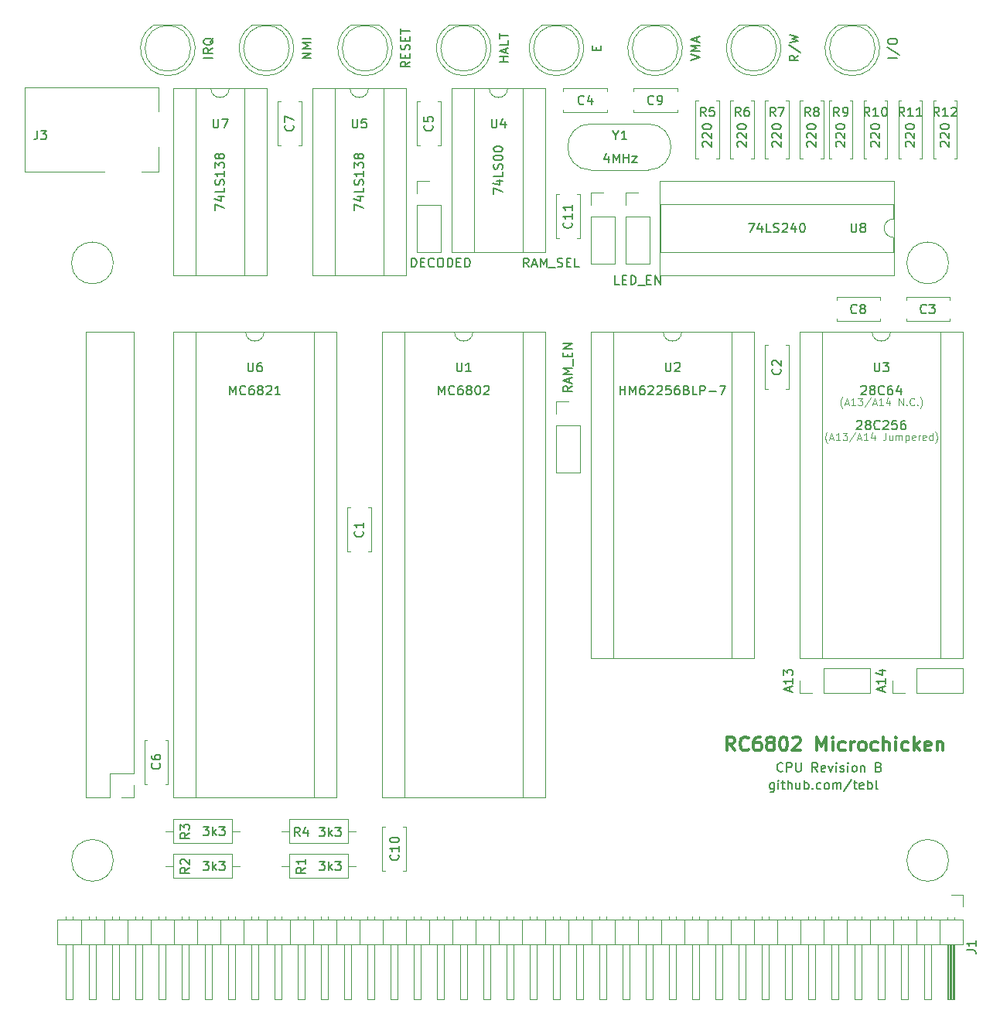
<source format=gto>
G04 #@! TF.FileFunction,Legend,Top*
%FSLAX46Y46*%
G04 Gerber Fmt 4.6, Leading zero omitted, Abs format (unit mm)*
G04 Created by KiCad (PCBNEW 4.0.7) date 11/28/19 14:34:31*
%MOMM*%
%LPD*%
G01*
G04 APERTURE LIST*
%ADD10C,0.100000*%
%ADD11C,0.150000*%
%ADD12C,0.300000*%
%ADD13C,0.120000*%
G04 APERTURE END LIST*
D10*
D11*
X188285714Y-88447619D02*
X188333333Y-88400000D01*
X188428571Y-88352381D01*
X188666667Y-88352381D01*
X188761905Y-88400000D01*
X188809524Y-88447619D01*
X188857143Y-88542857D01*
X188857143Y-88638095D01*
X188809524Y-88780952D01*
X188238095Y-89352381D01*
X188857143Y-89352381D01*
X189428571Y-88780952D02*
X189333333Y-88733333D01*
X189285714Y-88685714D01*
X189238095Y-88590476D01*
X189238095Y-88542857D01*
X189285714Y-88447619D01*
X189333333Y-88400000D01*
X189428571Y-88352381D01*
X189619048Y-88352381D01*
X189714286Y-88400000D01*
X189761905Y-88447619D01*
X189809524Y-88542857D01*
X189809524Y-88590476D01*
X189761905Y-88685714D01*
X189714286Y-88733333D01*
X189619048Y-88780952D01*
X189428571Y-88780952D01*
X189333333Y-88828571D01*
X189285714Y-88876190D01*
X189238095Y-88971429D01*
X189238095Y-89161905D01*
X189285714Y-89257143D01*
X189333333Y-89304762D01*
X189428571Y-89352381D01*
X189619048Y-89352381D01*
X189714286Y-89304762D01*
X189761905Y-89257143D01*
X189809524Y-89161905D01*
X189809524Y-88971429D01*
X189761905Y-88876190D01*
X189714286Y-88828571D01*
X189619048Y-88780952D01*
X190809524Y-89257143D02*
X190761905Y-89304762D01*
X190619048Y-89352381D01*
X190523810Y-89352381D01*
X190380952Y-89304762D01*
X190285714Y-89209524D01*
X190238095Y-89114286D01*
X190190476Y-88923810D01*
X190190476Y-88780952D01*
X190238095Y-88590476D01*
X190285714Y-88495238D01*
X190380952Y-88400000D01*
X190523810Y-88352381D01*
X190619048Y-88352381D01*
X190761905Y-88400000D01*
X190809524Y-88447619D01*
X191666667Y-88352381D02*
X191476190Y-88352381D01*
X191380952Y-88400000D01*
X191333333Y-88447619D01*
X191238095Y-88590476D01*
X191190476Y-88780952D01*
X191190476Y-89161905D01*
X191238095Y-89257143D01*
X191285714Y-89304762D01*
X191380952Y-89352381D01*
X191571429Y-89352381D01*
X191666667Y-89304762D01*
X191714286Y-89257143D01*
X191761905Y-89161905D01*
X191761905Y-88923810D01*
X191714286Y-88828571D01*
X191666667Y-88780952D01*
X191571429Y-88733333D01*
X191380952Y-88733333D01*
X191285714Y-88780952D01*
X191238095Y-88828571D01*
X191190476Y-88923810D01*
X192619048Y-88685714D02*
X192619048Y-89352381D01*
X192380952Y-88304762D02*
X192142857Y-89019048D01*
X192761905Y-89019048D01*
D10*
X184595238Y-94646667D02*
X184557142Y-94608571D01*
X184480952Y-94494286D01*
X184442857Y-94418095D01*
X184404761Y-94303810D01*
X184366666Y-94113333D01*
X184366666Y-93960952D01*
X184404761Y-93770476D01*
X184442857Y-93656190D01*
X184480952Y-93580000D01*
X184557142Y-93465714D01*
X184595238Y-93427619D01*
X184861904Y-94113333D02*
X185242856Y-94113333D01*
X184785713Y-94341905D02*
X185052380Y-93541905D01*
X185319047Y-94341905D01*
X186004761Y-94341905D02*
X185547618Y-94341905D01*
X185776189Y-94341905D02*
X185776189Y-93541905D01*
X185699999Y-93656190D01*
X185623808Y-93732381D01*
X185547618Y-93770476D01*
X186271428Y-93541905D02*
X186766666Y-93541905D01*
X186499999Y-93846667D01*
X186614285Y-93846667D01*
X186690475Y-93884762D01*
X186728571Y-93922857D01*
X186766666Y-93999048D01*
X186766666Y-94189524D01*
X186728571Y-94265714D01*
X186690475Y-94303810D01*
X186614285Y-94341905D01*
X186385713Y-94341905D01*
X186309523Y-94303810D01*
X186271428Y-94265714D01*
X187680952Y-93503810D02*
X186995237Y-94532381D01*
X187909523Y-94113333D02*
X188290475Y-94113333D01*
X187833332Y-94341905D02*
X188099999Y-93541905D01*
X188366666Y-94341905D01*
X189052380Y-94341905D02*
X188595237Y-94341905D01*
X188823808Y-94341905D02*
X188823808Y-93541905D01*
X188747618Y-93656190D01*
X188671427Y-93732381D01*
X188595237Y-93770476D01*
X189738094Y-93808571D02*
X189738094Y-94341905D01*
X189547618Y-93503810D02*
X189357142Y-94075238D01*
X189852380Y-94075238D01*
X190995238Y-93541905D02*
X190995238Y-94113333D01*
X190957142Y-94227619D01*
X190880952Y-94303810D01*
X190766666Y-94341905D01*
X190690476Y-94341905D01*
X191719047Y-93808571D02*
X191719047Y-94341905D01*
X191376190Y-93808571D02*
X191376190Y-94227619D01*
X191414285Y-94303810D01*
X191490476Y-94341905D01*
X191604762Y-94341905D01*
X191680952Y-94303810D01*
X191719047Y-94265714D01*
X192100000Y-94341905D02*
X192100000Y-93808571D01*
X192100000Y-93884762D02*
X192138095Y-93846667D01*
X192214286Y-93808571D01*
X192328572Y-93808571D01*
X192404762Y-93846667D01*
X192442857Y-93922857D01*
X192442857Y-94341905D01*
X192442857Y-93922857D02*
X192480953Y-93846667D01*
X192557143Y-93808571D01*
X192671429Y-93808571D01*
X192747619Y-93846667D01*
X192785714Y-93922857D01*
X192785714Y-94341905D01*
X193166667Y-93808571D02*
X193166667Y-94608571D01*
X193166667Y-93846667D02*
X193242858Y-93808571D01*
X193395239Y-93808571D01*
X193471429Y-93846667D01*
X193509524Y-93884762D01*
X193547620Y-93960952D01*
X193547620Y-94189524D01*
X193509524Y-94265714D01*
X193471429Y-94303810D01*
X193395239Y-94341905D01*
X193242858Y-94341905D01*
X193166667Y-94303810D01*
X194195239Y-94303810D02*
X194119049Y-94341905D01*
X193966668Y-94341905D01*
X193890477Y-94303810D01*
X193852382Y-94227619D01*
X193852382Y-93922857D01*
X193890477Y-93846667D01*
X193966668Y-93808571D01*
X194119049Y-93808571D01*
X194195239Y-93846667D01*
X194233334Y-93922857D01*
X194233334Y-93999048D01*
X193852382Y-94075238D01*
X194576191Y-94341905D02*
X194576191Y-93808571D01*
X194576191Y-93960952D02*
X194614286Y-93884762D01*
X194652382Y-93846667D01*
X194728572Y-93808571D01*
X194804763Y-93808571D01*
X195376191Y-94303810D02*
X195300001Y-94341905D01*
X195147620Y-94341905D01*
X195071429Y-94303810D01*
X195033334Y-94227619D01*
X195033334Y-93922857D01*
X195071429Y-93846667D01*
X195147620Y-93808571D01*
X195300001Y-93808571D01*
X195376191Y-93846667D01*
X195414286Y-93922857D01*
X195414286Y-93999048D01*
X195033334Y-94075238D01*
X196100000Y-94341905D02*
X196100000Y-93541905D01*
X196100000Y-94303810D02*
X196023810Y-94341905D01*
X195871429Y-94341905D01*
X195795238Y-94303810D01*
X195757143Y-94265714D01*
X195719048Y-94189524D01*
X195719048Y-93960952D01*
X195757143Y-93884762D01*
X195795238Y-93846667D01*
X195871429Y-93808571D01*
X196023810Y-93808571D01*
X196100000Y-93846667D01*
X196404763Y-94646667D02*
X196442858Y-94608571D01*
X196519048Y-94494286D01*
X196557144Y-94418095D01*
X196595239Y-94303810D01*
X196633334Y-94113333D01*
X196633334Y-93960952D01*
X196595239Y-93770476D01*
X196557144Y-93656190D01*
X196519048Y-93580000D01*
X196442858Y-93465714D01*
X196404763Y-93427619D01*
X186252382Y-90836667D02*
X186214286Y-90798571D01*
X186138096Y-90684286D01*
X186100001Y-90608095D01*
X186061905Y-90493810D01*
X186023810Y-90303333D01*
X186023810Y-90150952D01*
X186061905Y-89960476D01*
X186100001Y-89846190D01*
X186138096Y-89770000D01*
X186214286Y-89655714D01*
X186252382Y-89617619D01*
X186519048Y-90303333D02*
X186900000Y-90303333D01*
X186442857Y-90531905D02*
X186709524Y-89731905D01*
X186976191Y-90531905D01*
X187661905Y-90531905D02*
X187204762Y-90531905D01*
X187433333Y-90531905D02*
X187433333Y-89731905D01*
X187357143Y-89846190D01*
X187280952Y-89922381D01*
X187204762Y-89960476D01*
X187928572Y-89731905D02*
X188423810Y-89731905D01*
X188157143Y-90036667D01*
X188271429Y-90036667D01*
X188347619Y-90074762D01*
X188385715Y-90112857D01*
X188423810Y-90189048D01*
X188423810Y-90379524D01*
X188385715Y-90455714D01*
X188347619Y-90493810D01*
X188271429Y-90531905D01*
X188042857Y-90531905D01*
X187966667Y-90493810D01*
X187928572Y-90455714D01*
X189338096Y-89693810D02*
X188652381Y-90722381D01*
X189566667Y-90303333D02*
X189947619Y-90303333D01*
X189490476Y-90531905D02*
X189757143Y-89731905D01*
X190023810Y-90531905D01*
X190709524Y-90531905D02*
X190252381Y-90531905D01*
X190480952Y-90531905D02*
X190480952Y-89731905D01*
X190404762Y-89846190D01*
X190328571Y-89922381D01*
X190252381Y-89960476D01*
X191395238Y-89998571D02*
X191395238Y-90531905D01*
X191204762Y-89693810D02*
X191014286Y-90265238D01*
X191509524Y-90265238D01*
X192423810Y-90531905D02*
X192423810Y-89731905D01*
X192880953Y-90531905D01*
X192880953Y-89731905D01*
X193261905Y-90455714D02*
X193300000Y-90493810D01*
X193261905Y-90531905D01*
X193223810Y-90493810D01*
X193261905Y-90455714D01*
X193261905Y-90531905D01*
X194100000Y-90455714D02*
X194061905Y-90493810D01*
X193947619Y-90531905D01*
X193871429Y-90531905D01*
X193757143Y-90493810D01*
X193680952Y-90417619D01*
X193642857Y-90341429D01*
X193604762Y-90189048D01*
X193604762Y-90074762D01*
X193642857Y-89922381D01*
X193680952Y-89846190D01*
X193757143Y-89770000D01*
X193871429Y-89731905D01*
X193947619Y-89731905D01*
X194061905Y-89770000D01*
X194100000Y-89808095D01*
X194442857Y-90455714D02*
X194480952Y-90493810D01*
X194442857Y-90531905D01*
X194404762Y-90493810D01*
X194442857Y-90455714D01*
X194442857Y-90531905D01*
X194747619Y-90836667D02*
X194785714Y-90798571D01*
X194861904Y-90684286D01*
X194900000Y-90608095D01*
X194938095Y-90493810D01*
X194976190Y-90303333D01*
X194976190Y-90150952D01*
X194938095Y-89960476D01*
X194900000Y-89846190D01*
X194861904Y-89770000D01*
X194785714Y-89655714D01*
X194747619Y-89617619D01*
D11*
X178745238Y-131865714D02*
X178745238Y-132675238D01*
X178697619Y-132770476D01*
X178650000Y-132818095D01*
X178554761Y-132865714D01*
X178411904Y-132865714D01*
X178316666Y-132818095D01*
X178745238Y-132484762D02*
X178650000Y-132532381D01*
X178459523Y-132532381D01*
X178364285Y-132484762D01*
X178316666Y-132437143D01*
X178269047Y-132341905D01*
X178269047Y-132056190D01*
X178316666Y-131960952D01*
X178364285Y-131913333D01*
X178459523Y-131865714D01*
X178650000Y-131865714D01*
X178745238Y-131913333D01*
X179221428Y-132532381D02*
X179221428Y-131865714D01*
X179221428Y-131532381D02*
X179173809Y-131580000D01*
X179221428Y-131627619D01*
X179269047Y-131580000D01*
X179221428Y-131532381D01*
X179221428Y-131627619D01*
X179554761Y-131865714D02*
X179935713Y-131865714D01*
X179697618Y-131532381D02*
X179697618Y-132389524D01*
X179745237Y-132484762D01*
X179840475Y-132532381D01*
X179935713Y-132532381D01*
X180269047Y-132532381D02*
X180269047Y-131532381D01*
X180697619Y-132532381D02*
X180697619Y-132008571D01*
X180650000Y-131913333D01*
X180554762Y-131865714D01*
X180411904Y-131865714D01*
X180316666Y-131913333D01*
X180269047Y-131960952D01*
X181602381Y-131865714D02*
X181602381Y-132532381D01*
X181173809Y-131865714D02*
X181173809Y-132389524D01*
X181221428Y-132484762D01*
X181316666Y-132532381D01*
X181459524Y-132532381D01*
X181554762Y-132484762D01*
X181602381Y-132437143D01*
X182078571Y-132532381D02*
X182078571Y-131532381D01*
X182078571Y-131913333D02*
X182173809Y-131865714D01*
X182364286Y-131865714D01*
X182459524Y-131913333D01*
X182507143Y-131960952D01*
X182554762Y-132056190D01*
X182554762Y-132341905D01*
X182507143Y-132437143D01*
X182459524Y-132484762D01*
X182364286Y-132532381D01*
X182173809Y-132532381D01*
X182078571Y-132484762D01*
X182983333Y-132437143D02*
X183030952Y-132484762D01*
X182983333Y-132532381D01*
X182935714Y-132484762D01*
X182983333Y-132437143D01*
X182983333Y-132532381D01*
X183888095Y-132484762D02*
X183792857Y-132532381D01*
X183602380Y-132532381D01*
X183507142Y-132484762D01*
X183459523Y-132437143D01*
X183411904Y-132341905D01*
X183411904Y-132056190D01*
X183459523Y-131960952D01*
X183507142Y-131913333D01*
X183602380Y-131865714D01*
X183792857Y-131865714D01*
X183888095Y-131913333D01*
X184459523Y-132532381D02*
X184364285Y-132484762D01*
X184316666Y-132437143D01*
X184269047Y-132341905D01*
X184269047Y-132056190D01*
X184316666Y-131960952D01*
X184364285Y-131913333D01*
X184459523Y-131865714D01*
X184602381Y-131865714D01*
X184697619Y-131913333D01*
X184745238Y-131960952D01*
X184792857Y-132056190D01*
X184792857Y-132341905D01*
X184745238Y-132437143D01*
X184697619Y-132484762D01*
X184602381Y-132532381D01*
X184459523Y-132532381D01*
X185221428Y-132532381D02*
X185221428Y-131865714D01*
X185221428Y-131960952D02*
X185269047Y-131913333D01*
X185364285Y-131865714D01*
X185507143Y-131865714D01*
X185602381Y-131913333D01*
X185650000Y-132008571D01*
X185650000Y-132532381D01*
X185650000Y-132008571D02*
X185697619Y-131913333D01*
X185792857Y-131865714D01*
X185935714Y-131865714D01*
X186030952Y-131913333D01*
X186078571Y-132008571D01*
X186078571Y-132532381D01*
X187269047Y-131484762D02*
X186411904Y-132770476D01*
X187459523Y-131865714D02*
X187840475Y-131865714D01*
X187602380Y-131532381D02*
X187602380Y-132389524D01*
X187649999Y-132484762D01*
X187745237Y-132532381D01*
X187840475Y-132532381D01*
X188554762Y-132484762D02*
X188459524Y-132532381D01*
X188269047Y-132532381D01*
X188173809Y-132484762D01*
X188126190Y-132389524D01*
X188126190Y-132008571D01*
X188173809Y-131913333D01*
X188269047Y-131865714D01*
X188459524Y-131865714D01*
X188554762Y-131913333D01*
X188602381Y-132008571D01*
X188602381Y-132103810D01*
X188126190Y-132199048D01*
X189030952Y-132532381D02*
X189030952Y-131532381D01*
X189030952Y-131913333D02*
X189126190Y-131865714D01*
X189316667Y-131865714D01*
X189411905Y-131913333D01*
X189459524Y-131960952D01*
X189507143Y-132056190D01*
X189507143Y-132341905D01*
X189459524Y-132437143D01*
X189411905Y-132484762D01*
X189316667Y-132532381D01*
X189126190Y-132532381D01*
X189030952Y-132484762D01*
X190078571Y-132532381D02*
X189983333Y-132484762D01*
X189935714Y-132389524D01*
X189935714Y-131532381D01*
X179713572Y-130532143D02*
X179665953Y-130579762D01*
X179523096Y-130627381D01*
X179427858Y-130627381D01*
X179285000Y-130579762D01*
X179189762Y-130484524D01*
X179142143Y-130389286D01*
X179094524Y-130198810D01*
X179094524Y-130055952D01*
X179142143Y-129865476D01*
X179189762Y-129770238D01*
X179285000Y-129675000D01*
X179427858Y-129627381D01*
X179523096Y-129627381D01*
X179665953Y-129675000D01*
X179713572Y-129722619D01*
X180142143Y-130627381D02*
X180142143Y-129627381D01*
X180523096Y-129627381D01*
X180618334Y-129675000D01*
X180665953Y-129722619D01*
X180713572Y-129817857D01*
X180713572Y-129960714D01*
X180665953Y-130055952D01*
X180618334Y-130103571D01*
X180523096Y-130151190D01*
X180142143Y-130151190D01*
X181142143Y-129627381D02*
X181142143Y-130436905D01*
X181189762Y-130532143D01*
X181237381Y-130579762D01*
X181332619Y-130627381D01*
X181523096Y-130627381D01*
X181618334Y-130579762D01*
X181665953Y-130532143D01*
X181713572Y-130436905D01*
X181713572Y-129627381D01*
X183523096Y-130627381D02*
X183189762Y-130151190D01*
X182951667Y-130627381D02*
X182951667Y-129627381D01*
X183332620Y-129627381D01*
X183427858Y-129675000D01*
X183475477Y-129722619D01*
X183523096Y-129817857D01*
X183523096Y-129960714D01*
X183475477Y-130055952D01*
X183427858Y-130103571D01*
X183332620Y-130151190D01*
X182951667Y-130151190D01*
X184332620Y-130579762D02*
X184237382Y-130627381D01*
X184046905Y-130627381D01*
X183951667Y-130579762D01*
X183904048Y-130484524D01*
X183904048Y-130103571D01*
X183951667Y-130008333D01*
X184046905Y-129960714D01*
X184237382Y-129960714D01*
X184332620Y-130008333D01*
X184380239Y-130103571D01*
X184380239Y-130198810D01*
X183904048Y-130294048D01*
X184713572Y-129960714D02*
X184951667Y-130627381D01*
X185189763Y-129960714D01*
X185570715Y-130627381D02*
X185570715Y-129960714D01*
X185570715Y-129627381D02*
X185523096Y-129675000D01*
X185570715Y-129722619D01*
X185618334Y-129675000D01*
X185570715Y-129627381D01*
X185570715Y-129722619D01*
X185999286Y-130579762D02*
X186094524Y-130627381D01*
X186285000Y-130627381D01*
X186380239Y-130579762D01*
X186427858Y-130484524D01*
X186427858Y-130436905D01*
X186380239Y-130341667D01*
X186285000Y-130294048D01*
X186142143Y-130294048D01*
X186046905Y-130246429D01*
X185999286Y-130151190D01*
X185999286Y-130103571D01*
X186046905Y-130008333D01*
X186142143Y-129960714D01*
X186285000Y-129960714D01*
X186380239Y-130008333D01*
X186856429Y-130627381D02*
X186856429Y-129960714D01*
X186856429Y-129627381D02*
X186808810Y-129675000D01*
X186856429Y-129722619D01*
X186904048Y-129675000D01*
X186856429Y-129627381D01*
X186856429Y-129722619D01*
X187475476Y-130627381D02*
X187380238Y-130579762D01*
X187332619Y-130532143D01*
X187285000Y-130436905D01*
X187285000Y-130151190D01*
X187332619Y-130055952D01*
X187380238Y-130008333D01*
X187475476Y-129960714D01*
X187618334Y-129960714D01*
X187713572Y-130008333D01*
X187761191Y-130055952D01*
X187808810Y-130151190D01*
X187808810Y-130436905D01*
X187761191Y-130532143D01*
X187713572Y-130579762D01*
X187618334Y-130627381D01*
X187475476Y-130627381D01*
X188237381Y-129960714D02*
X188237381Y-130627381D01*
X188237381Y-130055952D02*
X188285000Y-130008333D01*
X188380238Y-129960714D01*
X188523096Y-129960714D01*
X188618334Y-130008333D01*
X188665953Y-130103571D01*
X188665953Y-130627381D01*
X190237382Y-130103571D02*
X190380239Y-130151190D01*
X190427858Y-130198810D01*
X190475477Y-130294048D01*
X190475477Y-130436905D01*
X190427858Y-130532143D01*
X190380239Y-130579762D01*
X190285001Y-130627381D01*
X189904048Y-130627381D01*
X189904048Y-129627381D01*
X190237382Y-129627381D01*
X190332620Y-129675000D01*
X190380239Y-129722619D01*
X190427858Y-129817857D01*
X190427858Y-129913095D01*
X190380239Y-130008333D01*
X190332620Y-130055952D01*
X190237382Y-130103571D01*
X189904048Y-130103571D01*
D12*
X174455716Y-128313571D02*
X173955716Y-127599286D01*
X173598573Y-128313571D02*
X173598573Y-126813571D01*
X174170001Y-126813571D01*
X174312859Y-126885000D01*
X174384287Y-126956429D01*
X174455716Y-127099286D01*
X174455716Y-127313571D01*
X174384287Y-127456429D01*
X174312859Y-127527857D01*
X174170001Y-127599286D01*
X173598573Y-127599286D01*
X175955716Y-128170714D02*
X175884287Y-128242143D01*
X175670001Y-128313571D01*
X175527144Y-128313571D01*
X175312859Y-128242143D01*
X175170001Y-128099286D01*
X175098573Y-127956429D01*
X175027144Y-127670714D01*
X175027144Y-127456429D01*
X175098573Y-127170714D01*
X175170001Y-127027857D01*
X175312859Y-126885000D01*
X175527144Y-126813571D01*
X175670001Y-126813571D01*
X175884287Y-126885000D01*
X175955716Y-126956429D01*
X177241430Y-126813571D02*
X176955716Y-126813571D01*
X176812859Y-126885000D01*
X176741430Y-126956429D01*
X176598573Y-127170714D01*
X176527144Y-127456429D01*
X176527144Y-128027857D01*
X176598573Y-128170714D01*
X176670001Y-128242143D01*
X176812859Y-128313571D01*
X177098573Y-128313571D01*
X177241430Y-128242143D01*
X177312859Y-128170714D01*
X177384287Y-128027857D01*
X177384287Y-127670714D01*
X177312859Y-127527857D01*
X177241430Y-127456429D01*
X177098573Y-127385000D01*
X176812859Y-127385000D01*
X176670001Y-127456429D01*
X176598573Y-127527857D01*
X176527144Y-127670714D01*
X178241430Y-127456429D02*
X178098572Y-127385000D01*
X178027144Y-127313571D01*
X177955715Y-127170714D01*
X177955715Y-127099286D01*
X178027144Y-126956429D01*
X178098572Y-126885000D01*
X178241430Y-126813571D01*
X178527144Y-126813571D01*
X178670001Y-126885000D01*
X178741430Y-126956429D01*
X178812858Y-127099286D01*
X178812858Y-127170714D01*
X178741430Y-127313571D01*
X178670001Y-127385000D01*
X178527144Y-127456429D01*
X178241430Y-127456429D01*
X178098572Y-127527857D01*
X178027144Y-127599286D01*
X177955715Y-127742143D01*
X177955715Y-128027857D01*
X178027144Y-128170714D01*
X178098572Y-128242143D01*
X178241430Y-128313571D01*
X178527144Y-128313571D01*
X178670001Y-128242143D01*
X178741430Y-128170714D01*
X178812858Y-128027857D01*
X178812858Y-127742143D01*
X178741430Y-127599286D01*
X178670001Y-127527857D01*
X178527144Y-127456429D01*
X179741429Y-126813571D02*
X179884286Y-126813571D01*
X180027143Y-126885000D01*
X180098572Y-126956429D01*
X180170001Y-127099286D01*
X180241429Y-127385000D01*
X180241429Y-127742143D01*
X180170001Y-128027857D01*
X180098572Y-128170714D01*
X180027143Y-128242143D01*
X179884286Y-128313571D01*
X179741429Y-128313571D01*
X179598572Y-128242143D01*
X179527143Y-128170714D01*
X179455715Y-128027857D01*
X179384286Y-127742143D01*
X179384286Y-127385000D01*
X179455715Y-127099286D01*
X179527143Y-126956429D01*
X179598572Y-126885000D01*
X179741429Y-126813571D01*
X180812857Y-126956429D02*
X180884286Y-126885000D01*
X181027143Y-126813571D01*
X181384286Y-126813571D01*
X181527143Y-126885000D01*
X181598572Y-126956429D01*
X181670000Y-127099286D01*
X181670000Y-127242143D01*
X181598572Y-127456429D01*
X180741429Y-128313571D01*
X181670000Y-128313571D01*
X183455714Y-128313571D02*
X183455714Y-126813571D01*
X183955714Y-127885000D01*
X184455714Y-126813571D01*
X184455714Y-128313571D01*
X185170000Y-128313571D02*
X185170000Y-127313571D01*
X185170000Y-126813571D02*
X185098571Y-126885000D01*
X185170000Y-126956429D01*
X185241428Y-126885000D01*
X185170000Y-126813571D01*
X185170000Y-126956429D01*
X186527143Y-128242143D02*
X186384286Y-128313571D01*
X186098572Y-128313571D01*
X185955714Y-128242143D01*
X185884286Y-128170714D01*
X185812857Y-128027857D01*
X185812857Y-127599286D01*
X185884286Y-127456429D01*
X185955714Y-127385000D01*
X186098572Y-127313571D01*
X186384286Y-127313571D01*
X186527143Y-127385000D01*
X187170000Y-128313571D02*
X187170000Y-127313571D01*
X187170000Y-127599286D02*
X187241428Y-127456429D01*
X187312857Y-127385000D01*
X187455714Y-127313571D01*
X187598571Y-127313571D01*
X188312857Y-128313571D02*
X188169999Y-128242143D01*
X188098571Y-128170714D01*
X188027142Y-128027857D01*
X188027142Y-127599286D01*
X188098571Y-127456429D01*
X188169999Y-127385000D01*
X188312857Y-127313571D01*
X188527142Y-127313571D01*
X188669999Y-127385000D01*
X188741428Y-127456429D01*
X188812857Y-127599286D01*
X188812857Y-128027857D01*
X188741428Y-128170714D01*
X188669999Y-128242143D01*
X188527142Y-128313571D01*
X188312857Y-128313571D01*
X190098571Y-128242143D02*
X189955714Y-128313571D01*
X189670000Y-128313571D01*
X189527142Y-128242143D01*
X189455714Y-128170714D01*
X189384285Y-128027857D01*
X189384285Y-127599286D01*
X189455714Y-127456429D01*
X189527142Y-127385000D01*
X189670000Y-127313571D01*
X189955714Y-127313571D01*
X190098571Y-127385000D01*
X190741428Y-128313571D02*
X190741428Y-126813571D01*
X191384285Y-128313571D02*
X191384285Y-127527857D01*
X191312856Y-127385000D01*
X191169999Y-127313571D01*
X190955714Y-127313571D01*
X190812856Y-127385000D01*
X190741428Y-127456429D01*
X192098571Y-128313571D02*
X192098571Y-127313571D01*
X192098571Y-126813571D02*
X192027142Y-126885000D01*
X192098571Y-126956429D01*
X192169999Y-126885000D01*
X192098571Y-126813571D01*
X192098571Y-126956429D01*
X193455714Y-128242143D02*
X193312857Y-128313571D01*
X193027143Y-128313571D01*
X192884285Y-128242143D01*
X192812857Y-128170714D01*
X192741428Y-128027857D01*
X192741428Y-127599286D01*
X192812857Y-127456429D01*
X192884285Y-127385000D01*
X193027143Y-127313571D01*
X193312857Y-127313571D01*
X193455714Y-127385000D01*
X194098571Y-128313571D02*
X194098571Y-126813571D01*
X194241428Y-127742143D02*
X194669999Y-128313571D01*
X194669999Y-127313571D02*
X194098571Y-127885000D01*
X195884285Y-128242143D02*
X195741428Y-128313571D01*
X195455714Y-128313571D01*
X195312857Y-128242143D01*
X195241428Y-128099286D01*
X195241428Y-127527857D01*
X195312857Y-127385000D01*
X195455714Y-127313571D01*
X195741428Y-127313571D01*
X195884285Y-127385000D01*
X195955714Y-127527857D01*
X195955714Y-127670714D01*
X195241428Y-127813571D01*
X196598571Y-127313571D02*
X196598571Y-128313571D01*
X196598571Y-127456429D02*
X196669999Y-127385000D01*
X196812857Y-127313571D01*
X197027142Y-127313571D01*
X197169999Y-127385000D01*
X197241428Y-127527857D01*
X197241428Y-128313571D01*
D13*
X191500000Y-82490000D02*
G75*
G02X189500000Y-82490000I-1000000J0D01*
G01*
X189500000Y-82490000D02*
X184040000Y-82490000D01*
X184040000Y-82490000D02*
X184040000Y-118170000D01*
X184040000Y-118170000D02*
X196960000Y-118170000D01*
X196960000Y-118170000D02*
X196960000Y-82490000D01*
X196960000Y-82490000D02*
X191500000Y-82490000D01*
X181550000Y-82430000D02*
X181550000Y-118230000D01*
X181550000Y-118230000D02*
X199450000Y-118230000D01*
X199450000Y-118230000D02*
X199450000Y-82430000D01*
X199450000Y-82430000D02*
X181550000Y-82430000D01*
X199450000Y-146855000D02*
X100270000Y-146855000D01*
X100270000Y-146855000D02*
X100270000Y-149515000D01*
X100270000Y-149515000D02*
X199450000Y-149515000D01*
X199450000Y-149515000D02*
X199450000Y-146855000D01*
X198500000Y-149515000D02*
X198500000Y-155515000D01*
X198500000Y-155515000D02*
X197740000Y-155515000D01*
X197740000Y-155515000D02*
X197740000Y-149515000D01*
X198440000Y-149515000D02*
X198440000Y-155515000D01*
X198320000Y-149515000D02*
X198320000Y-155515000D01*
X198200000Y-149515000D02*
X198200000Y-155515000D01*
X198080000Y-149515000D02*
X198080000Y-155515000D01*
X197960000Y-149515000D02*
X197960000Y-155515000D01*
X197840000Y-149515000D02*
X197840000Y-155515000D01*
X198500000Y-146525000D02*
X198500000Y-146855000D01*
X197740000Y-146525000D02*
X197740000Y-146855000D01*
X196850000Y-146855000D02*
X196850000Y-149515000D01*
X195960000Y-149515000D02*
X195960000Y-155515000D01*
X195960000Y-155515000D02*
X195200000Y-155515000D01*
X195200000Y-155515000D02*
X195200000Y-149515000D01*
X195960000Y-146457929D02*
X195960000Y-146855000D01*
X195200000Y-146457929D02*
X195200000Y-146855000D01*
X194310000Y-146855000D02*
X194310000Y-149515000D01*
X193420000Y-149515000D02*
X193420000Y-155515000D01*
X193420000Y-155515000D02*
X192660000Y-155515000D01*
X192660000Y-155515000D02*
X192660000Y-149515000D01*
X193420000Y-146457929D02*
X193420000Y-146855000D01*
X192660000Y-146457929D02*
X192660000Y-146855000D01*
X191770000Y-146855000D02*
X191770000Y-149515000D01*
X190880000Y-149515000D02*
X190880000Y-155515000D01*
X190880000Y-155515000D02*
X190120000Y-155515000D01*
X190120000Y-155515000D02*
X190120000Y-149515000D01*
X190880000Y-146457929D02*
X190880000Y-146855000D01*
X190120000Y-146457929D02*
X190120000Y-146855000D01*
X189230000Y-146855000D02*
X189230000Y-149515000D01*
X188340000Y-149515000D02*
X188340000Y-155515000D01*
X188340000Y-155515000D02*
X187580000Y-155515000D01*
X187580000Y-155515000D02*
X187580000Y-149515000D01*
X188340000Y-146457929D02*
X188340000Y-146855000D01*
X187580000Y-146457929D02*
X187580000Y-146855000D01*
X186690000Y-146855000D02*
X186690000Y-149515000D01*
X185800000Y-149515000D02*
X185800000Y-155515000D01*
X185800000Y-155515000D02*
X185040000Y-155515000D01*
X185040000Y-155515000D02*
X185040000Y-149515000D01*
X185800000Y-146457929D02*
X185800000Y-146855000D01*
X185040000Y-146457929D02*
X185040000Y-146855000D01*
X184150000Y-146855000D02*
X184150000Y-149515000D01*
X183260000Y-149515000D02*
X183260000Y-155515000D01*
X183260000Y-155515000D02*
X182500000Y-155515000D01*
X182500000Y-155515000D02*
X182500000Y-149515000D01*
X183260000Y-146457929D02*
X183260000Y-146855000D01*
X182500000Y-146457929D02*
X182500000Y-146855000D01*
X181610000Y-146855000D02*
X181610000Y-149515000D01*
X180720000Y-149515000D02*
X180720000Y-155515000D01*
X180720000Y-155515000D02*
X179960000Y-155515000D01*
X179960000Y-155515000D02*
X179960000Y-149515000D01*
X180720000Y-146457929D02*
X180720000Y-146855000D01*
X179960000Y-146457929D02*
X179960000Y-146855000D01*
X179070000Y-146855000D02*
X179070000Y-149515000D01*
X178180000Y-149515000D02*
X178180000Y-155515000D01*
X178180000Y-155515000D02*
X177420000Y-155515000D01*
X177420000Y-155515000D02*
X177420000Y-149515000D01*
X178180000Y-146457929D02*
X178180000Y-146855000D01*
X177420000Y-146457929D02*
X177420000Y-146855000D01*
X176530000Y-146855000D02*
X176530000Y-149515000D01*
X175640000Y-149515000D02*
X175640000Y-155515000D01*
X175640000Y-155515000D02*
X174880000Y-155515000D01*
X174880000Y-155515000D02*
X174880000Y-149515000D01*
X175640000Y-146457929D02*
X175640000Y-146855000D01*
X174880000Y-146457929D02*
X174880000Y-146855000D01*
X173990000Y-146855000D02*
X173990000Y-149515000D01*
X173100000Y-149515000D02*
X173100000Y-155515000D01*
X173100000Y-155515000D02*
X172340000Y-155515000D01*
X172340000Y-155515000D02*
X172340000Y-149515000D01*
X173100000Y-146457929D02*
X173100000Y-146855000D01*
X172340000Y-146457929D02*
X172340000Y-146855000D01*
X171450000Y-146855000D02*
X171450000Y-149515000D01*
X170560000Y-149515000D02*
X170560000Y-155515000D01*
X170560000Y-155515000D02*
X169800000Y-155515000D01*
X169800000Y-155515000D02*
X169800000Y-149515000D01*
X170560000Y-146457929D02*
X170560000Y-146855000D01*
X169800000Y-146457929D02*
X169800000Y-146855000D01*
X168910000Y-146855000D02*
X168910000Y-149515000D01*
X168020000Y-149515000D02*
X168020000Y-155515000D01*
X168020000Y-155515000D02*
X167260000Y-155515000D01*
X167260000Y-155515000D02*
X167260000Y-149515000D01*
X168020000Y-146457929D02*
X168020000Y-146855000D01*
X167260000Y-146457929D02*
X167260000Y-146855000D01*
X166370000Y-146855000D02*
X166370000Y-149515000D01*
X165480000Y-149515000D02*
X165480000Y-155515000D01*
X165480000Y-155515000D02*
X164720000Y-155515000D01*
X164720000Y-155515000D02*
X164720000Y-149515000D01*
X165480000Y-146457929D02*
X165480000Y-146855000D01*
X164720000Y-146457929D02*
X164720000Y-146855000D01*
X163830000Y-146855000D02*
X163830000Y-149515000D01*
X162940000Y-149515000D02*
X162940000Y-155515000D01*
X162940000Y-155515000D02*
X162180000Y-155515000D01*
X162180000Y-155515000D02*
X162180000Y-149515000D01*
X162940000Y-146457929D02*
X162940000Y-146855000D01*
X162180000Y-146457929D02*
X162180000Y-146855000D01*
X161290000Y-146855000D02*
X161290000Y-149515000D01*
X160400000Y-149515000D02*
X160400000Y-155515000D01*
X160400000Y-155515000D02*
X159640000Y-155515000D01*
X159640000Y-155515000D02*
X159640000Y-149515000D01*
X160400000Y-146457929D02*
X160400000Y-146855000D01*
X159640000Y-146457929D02*
X159640000Y-146855000D01*
X158750000Y-146855000D02*
X158750000Y-149515000D01*
X157860000Y-149515000D02*
X157860000Y-155515000D01*
X157860000Y-155515000D02*
X157100000Y-155515000D01*
X157100000Y-155515000D02*
X157100000Y-149515000D01*
X157860000Y-146457929D02*
X157860000Y-146855000D01*
X157100000Y-146457929D02*
X157100000Y-146855000D01*
X156210000Y-146855000D02*
X156210000Y-149515000D01*
X155320000Y-149515000D02*
X155320000Y-155515000D01*
X155320000Y-155515000D02*
X154560000Y-155515000D01*
X154560000Y-155515000D02*
X154560000Y-149515000D01*
X155320000Y-146457929D02*
X155320000Y-146855000D01*
X154560000Y-146457929D02*
X154560000Y-146855000D01*
X153670000Y-146855000D02*
X153670000Y-149515000D01*
X152780000Y-149515000D02*
X152780000Y-155515000D01*
X152780000Y-155515000D02*
X152020000Y-155515000D01*
X152020000Y-155515000D02*
X152020000Y-149515000D01*
X152780000Y-146457929D02*
X152780000Y-146855000D01*
X152020000Y-146457929D02*
X152020000Y-146855000D01*
X151130000Y-146855000D02*
X151130000Y-149515000D01*
X150240000Y-149515000D02*
X150240000Y-155515000D01*
X150240000Y-155515000D02*
X149480000Y-155515000D01*
X149480000Y-155515000D02*
X149480000Y-149515000D01*
X150240000Y-146457929D02*
X150240000Y-146855000D01*
X149480000Y-146457929D02*
X149480000Y-146855000D01*
X148590000Y-146855000D02*
X148590000Y-149515000D01*
X147700000Y-149515000D02*
X147700000Y-155515000D01*
X147700000Y-155515000D02*
X146940000Y-155515000D01*
X146940000Y-155515000D02*
X146940000Y-149515000D01*
X147700000Y-146457929D02*
X147700000Y-146855000D01*
X146940000Y-146457929D02*
X146940000Y-146855000D01*
X146050000Y-146855000D02*
X146050000Y-149515000D01*
X145160000Y-149515000D02*
X145160000Y-155515000D01*
X145160000Y-155515000D02*
X144400000Y-155515000D01*
X144400000Y-155515000D02*
X144400000Y-149515000D01*
X145160000Y-146457929D02*
X145160000Y-146855000D01*
X144400000Y-146457929D02*
X144400000Y-146855000D01*
X143510000Y-146855000D02*
X143510000Y-149515000D01*
X142620000Y-149515000D02*
X142620000Y-155515000D01*
X142620000Y-155515000D02*
X141860000Y-155515000D01*
X141860000Y-155515000D02*
X141860000Y-149515000D01*
X142620000Y-146457929D02*
X142620000Y-146855000D01*
X141860000Y-146457929D02*
X141860000Y-146855000D01*
X140970000Y-146855000D02*
X140970000Y-149515000D01*
X140080000Y-149515000D02*
X140080000Y-155515000D01*
X140080000Y-155515000D02*
X139320000Y-155515000D01*
X139320000Y-155515000D02*
X139320000Y-149515000D01*
X140080000Y-146457929D02*
X140080000Y-146855000D01*
X139320000Y-146457929D02*
X139320000Y-146855000D01*
X138430000Y-146855000D02*
X138430000Y-149515000D01*
X137540000Y-149515000D02*
X137540000Y-155515000D01*
X137540000Y-155515000D02*
X136780000Y-155515000D01*
X136780000Y-155515000D02*
X136780000Y-149515000D01*
X137540000Y-146457929D02*
X137540000Y-146855000D01*
X136780000Y-146457929D02*
X136780000Y-146855000D01*
X135890000Y-146855000D02*
X135890000Y-149515000D01*
X135000000Y-149515000D02*
X135000000Y-155515000D01*
X135000000Y-155515000D02*
X134240000Y-155515000D01*
X134240000Y-155515000D02*
X134240000Y-149515000D01*
X135000000Y-146457929D02*
X135000000Y-146855000D01*
X134240000Y-146457929D02*
X134240000Y-146855000D01*
X133350000Y-146855000D02*
X133350000Y-149515000D01*
X132460000Y-149515000D02*
X132460000Y-155515000D01*
X132460000Y-155515000D02*
X131700000Y-155515000D01*
X131700000Y-155515000D02*
X131700000Y-149515000D01*
X132460000Y-146457929D02*
X132460000Y-146855000D01*
X131700000Y-146457929D02*
X131700000Y-146855000D01*
X130810000Y-146855000D02*
X130810000Y-149515000D01*
X129920000Y-149515000D02*
X129920000Y-155515000D01*
X129920000Y-155515000D02*
X129160000Y-155515000D01*
X129160000Y-155515000D02*
X129160000Y-149515000D01*
X129920000Y-146457929D02*
X129920000Y-146855000D01*
X129160000Y-146457929D02*
X129160000Y-146855000D01*
X128270000Y-146855000D02*
X128270000Y-149515000D01*
X127380000Y-149515000D02*
X127380000Y-155515000D01*
X127380000Y-155515000D02*
X126620000Y-155515000D01*
X126620000Y-155515000D02*
X126620000Y-149515000D01*
X127380000Y-146457929D02*
X127380000Y-146855000D01*
X126620000Y-146457929D02*
X126620000Y-146855000D01*
X125730000Y-146855000D02*
X125730000Y-149515000D01*
X124840000Y-149515000D02*
X124840000Y-155515000D01*
X124840000Y-155515000D02*
X124080000Y-155515000D01*
X124080000Y-155515000D02*
X124080000Y-149515000D01*
X124840000Y-146457929D02*
X124840000Y-146855000D01*
X124080000Y-146457929D02*
X124080000Y-146855000D01*
X123190000Y-146855000D02*
X123190000Y-149515000D01*
X122300000Y-149515000D02*
X122300000Y-155515000D01*
X122300000Y-155515000D02*
X121540000Y-155515000D01*
X121540000Y-155515000D02*
X121540000Y-149515000D01*
X122300000Y-146457929D02*
X122300000Y-146855000D01*
X121540000Y-146457929D02*
X121540000Y-146855000D01*
X120650000Y-146855000D02*
X120650000Y-149515000D01*
X119760000Y-149515000D02*
X119760000Y-155515000D01*
X119760000Y-155515000D02*
X119000000Y-155515000D01*
X119000000Y-155515000D02*
X119000000Y-149515000D01*
X119760000Y-146457929D02*
X119760000Y-146855000D01*
X119000000Y-146457929D02*
X119000000Y-146855000D01*
X118110000Y-146855000D02*
X118110000Y-149515000D01*
X117220000Y-149515000D02*
X117220000Y-155515000D01*
X117220000Y-155515000D02*
X116460000Y-155515000D01*
X116460000Y-155515000D02*
X116460000Y-149515000D01*
X117220000Y-146457929D02*
X117220000Y-146855000D01*
X116460000Y-146457929D02*
X116460000Y-146855000D01*
X115570000Y-146855000D02*
X115570000Y-149515000D01*
X114680000Y-149515000D02*
X114680000Y-155515000D01*
X114680000Y-155515000D02*
X113920000Y-155515000D01*
X113920000Y-155515000D02*
X113920000Y-149515000D01*
X114680000Y-146457929D02*
X114680000Y-146855000D01*
X113920000Y-146457929D02*
X113920000Y-146855000D01*
X113030000Y-146855000D02*
X113030000Y-149515000D01*
X112140000Y-149515000D02*
X112140000Y-155515000D01*
X112140000Y-155515000D02*
X111380000Y-155515000D01*
X111380000Y-155515000D02*
X111380000Y-149515000D01*
X112140000Y-146457929D02*
X112140000Y-146855000D01*
X111380000Y-146457929D02*
X111380000Y-146855000D01*
X110490000Y-146855000D02*
X110490000Y-149515000D01*
X109600000Y-149515000D02*
X109600000Y-155515000D01*
X109600000Y-155515000D02*
X108840000Y-155515000D01*
X108840000Y-155515000D02*
X108840000Y-149515000D01*
X109600000Y-146457929D02*
X109600000Y-146855000D01*
X108840000Y-146457929D02*
X108840000Y-146855000D01*
X107950000Y-146855000D02*
X107950000Y-149515000D01*
X107060000Y-149515000D02*
X107060000Y-155515000D01*
X107060000Y-155515000D02*
X106300000Y-155515000D01*
X106300000Y-155515000D02*
X106300000Y-149515000D01*
X107060000Y-146457929D02*
X107060000Y-146855000D01*
X106300000Y-146457929D02*
X106300000Y-146855000D01*
X105410000Y-146855000D02*
X105410000Y-149515000D01*
X104520000Y-149515000D02*
X104520000Y-155515000D01*
X104520000Y-155515000D02*
X103760000Y-155515000D01*
X103760000Y-155515000D02*
X103760000Y-149515000D01*
X104520000Y-146457929D02*
X104520000Y-146855000D01*
X103760000Y-146457929D02*
X103760000Y-146855000D01*
X102870000Y-146855000D02*
X102870000Y-149515000D01*
X101980000Y-149515000D02*
X101980000Y-155515000D01*
X101980000Y-155515000D02*
X101220000Y-155515000D01*
X101220000Y-155515000D02*
X101220000Y-149515000D01*
X101980000Y-146457929D02*
X101980000Y-146855000D01*
X101220000Y-146457929D02*
X101220000Y-146855000D01*
X198120000Y-144145000D02*
X199390000Y-144145000D01*
X199390000Y-144145000D02*
X199390000Y-145415000D01*
X108645000Y-82490000D02*
X103445000Y-82490000D01*
X108645000Y-130810000D02*
X108645000Y-82490000D01*
X103445000Y-133410000D02*
X103445000Y-82490000D01*
X108645000Y-130810000D02*
X106045000Y-130810000D01*
X106045000Y-130810000D02*
X106045000Y-133410000D01*
X106045000Y-133410000D02*
X103445000Y-133410000D01*
X108645000Y-132080000D02*
X108645000Y-133410000D01*
X108645000Y-133410000D02*
X107315000Y-133410000D01*
X105490000Y-64925000D02*
X96690000Y-64925000D01*
X96690000Y-64925000D02*
X96690000Y-55725000D01*
X111390000Y-62225000D02*
X111390000Y-64925000D01*
X111390000Y-64925000D02*
X109490000Y-64925000D01*
X96690000Y-55725000D02*
X111390000Y-55725000D01*
X111390000Y-55725000D02*
X111390000Y-58325000D01*
X106426000Y-140335000D02*
G75*
G03X106426000Y-140335000I-2286000J0D01*
G01*
X197866000Y-140335000D02*
G75*
G03X197866000Y-140335000I-2286000J0D01*
G01*
X197866000Y-74930000D02*
G75*
G03X197866000Y-74930000I-2286000J0D01*
G01*
X106426000Y-74930000D02*
G75*
G03X106426000Y-74930000I-2286000J0D01*
G01*
X134660000Y-101690000D02*
X134660000Y-106510000D01*
X132040000Y-101690000D02*
X132040000Y-106510000D01*
X134660000Y-101690000D02*
X134346000Y-101690000D01*
X132354000Y-101690000D02*
X132040000Y-101690000D01*
X134660000Y-106510000D02*
X134346000Y-106510000D01*
X132354000Y-106510000D02*
X132040000Y-106510000D01*
X180380000Y-83910000D02*
X180380000Y-88730000D01*
X177760000Y-83910000D02*
X177760000Y-88730000D01*
X180380000Y-83910000D02*
X180066000Y-83910000D01*
X178074000Y-83910000D02*
X177760000Y-83910000D01*
X180380000Y-88730000D02*
X180066000Y-88730000D01*
X178074000Y-88730000D02*
X177760000Y-88730000D01*
X198030000Y-81320000D02*
X193210000Y-81320000D01*
X198030000Y-78700000D02*
X193210000Y-78700000D01*
X198030000Y-81320000D02*
X198030000Y-81006000D01*
X198030000Y-79014000D02*
X198030000Y-78700000D01*
X193210000Y-81320000D02*
X193210000Y-81006000D01*
X193210000Y-79014000D02*
X193210000Y-78700000D01*
X155665000Y-55840000D02*
X160485000Y-55840000D01*
X155665000Y-58460000D02*
X160485000Y-58460000D01*
X155665000Y-55840000D02*
X155665000Y-56154000D01*
X155665000Y-58146000D02*
X155665000Y-58460000D01*
X160485000Y-55840000D02*
X160485000Y-56154000D01*
X160485000Y-58146000D02*
X160485000Y-58460000D01*
X142280000Y-57240000D02*
X142280000Y-62060000D01*
X139660000Y-57240000D02*
X139660000Y-62060000D01*
X142280000Y-57240000D02*
X141966000Y-57240000D01*
X139974000Y-57240000D02*
X139660000Y-57240000D01*
X142280000Y-62060000D02*
X141966000Y-62060000D01*
X139974000Y-62060000D02*
X139660000Y-62060000D01*
X109815000Y-131990000D02*
X109815000Y-127170000D01*
X112435000Y-131990000D02*
X112435000Y-127170000D01*
X109815000Y-131990000D02*
X110129000Y-131990000D01*
X112121000Y-131990000D02*
X112435000Y-131990000D01*
X109815000Y-127170000D02*
X110129000Y-127170000D01*
X112121000Y-127170000D02*
X112435000Y-127170000D01*
X127040000Y-57240000D02*
X127040000Y-62060000D01*
X124420000Y-57240000D02*
X124420000Y-62060000D01*
X127040000Y-57240000D02*
X126726000Y-57240000D01*
X124734000Y-57240000D02*
X124420000Y-57240000D01*
X127040000Y-62060000D02*
X126726000Y-62060000D01*
X124734000Y-62060000D02*
X124420000Y-62060000D01*
X190410000Y-81320000D02*
X185590000Y-81320000D01*
X190410000Y-78700000D02*
X185590000Y-78700000D01*
X190410000Y-81320000D02*
X190410000Y-81006000D01*
X190410000Y-79014000D02*
X190410000Y-78700000D01*
X185590000Y-81320000D02*
X185590000Y-81006000D01*
X185590000Y-79014000D02*
X185590000Y-78700000D01*
X168185000Y-58460000D02*
X163365000Y-58460000D01*
X168185000Y-55840000D02*
X163365000Y-55840000D01*
X168185000Y-58460000D02*
X168185000Y-58146000D01*
X168185000Y-56154000D02*
X168185000Y-55840000D01*
X163365000Y-58460000D02*
X163365000Y-58146000D01*
X163365000Y-56154000D02*
X163365000Y-55840000D01*
X125695000Y-139660000D02*
X125695000Y-142280000D01*
X125695000Y-142280000D02*
X132115000Y-142280000D01*
X132115000Y-142280000D02*
X132115000Y-139660000D01*
X132115000Y-139660000D02*
X125695000Y-139660000D01*
X124805000Y-140970000D02*
X125695000Y-140970000D01*
X133005000Y-140970000D02*
X132115000Y-140970000D01*
X112995000Y-139660000D02*
X112995000Y-142280000D01*
X112995000Y-142280000D02*
X119415000Y-142280000D01*
X119415000Y-142280000D02*
X119415000Y-139660000D01*
X119415000Y-139660000D02*
X112995000Y-139660000D01*
X112105000Y-140970000D02*
X112995000Y-140970000D01*
X120305000Y-140970000D02*
X119415000Y-140970000D01*
X112995000Y-135850000D02*
X112995000Y-138470000D01*
X112995000Y-138470000D02*
X119415000Y-138470000D01*
X119415000Y-138470000D02*
X119415000Y-135850000D01*
X119415000Y-135850000D02*
X112995000Y-135850000D01*
X112105000Y-137160000D02*
X112995000Y-137160000D01*
X120305000Y-137160000D02*
X119415000Y-137160000D01*
X145780000Y-82490000D02*
G75*
G02X143780000Y-82490000I-1000000J0D01*
G01*
X143780000Y-82490000D02*
X138320000Y-82490000D01*
X138320000Y-82490000D02*
X138320000Y-133410000D01*
X138320000Y-133410000D02*
X151240000Y-133410000D01*
X151240000Y-133410000D02*
X151240000Y-82490000D01*
X151240000Y-82490000D02*
X145780000Y-82490000D01*
X135830000Y-82430000D02*
X135830000Y-133470000D01*
X135830000Y-133470000D02*
X153730000Y-133470000D01*
X153730000Y-133470000D02*
X153730000Y-82430000D01*
X153730000Y-82430000D02*
X135830000Y-82430000D01*
X168640000Y-82490000D02*
G75*
G02X166640000Y-82490000I-1000000J0D01*
G01*
X166640000Y-82490000D02*
X161180000Y-82490000D01*
X161180000Y-82490000D02*
X161180000Y-118170000D01*
X161180000Y-118170000D02*
X174100000Y-118170000D01*
X174100000Y-118170000D02*
X174100000Y-82490000D01*
X174100000Y-82490000D02*
X168640000Y-82490000D01*
X158690000Y-82430000D02*
X158690000Y-118230000D01*
X158690000Y-118230000D02*
X176590000Y-118230000D01*
X176590000Y-118230000D02*
X176590000Y-82430000D01*
X176590000Y-82430000D02*
X158690000Y-82430000D01*
X189290000Y-121980000D02*
X189290000Y-119320000D01*
X184150000Y-121980000D02*
X189290000Y-121980000D01*
X184150000Y-119320000D02*
X189290000Y-119320000D01*
X184150000Y-121980000D02*
X184150000Y-119320000D01*
X182880000Y-121980000D02*
X181550000Y-121980000D01*
X181550000Y-121980000D02*
X181550000Y-120650000D01*
X199450000Y-121980000D02*
X199450000Y-119320000D01*
X194310000Y-121980000D02*
X199450000Y-121980000D01*
X194310000Y-119320000D02*
X199450000Y-119320000D01*
X194310000Y-121980000D02*
X194310000Y-119320000D01*
X193040000Y-121980000D02*
X191710000Y-121980000D01*
X191710000Y-121980000D02*
X191710000Y-120650000D01*
X154880000Y-97850000D02*
X157540000Y-97850000D01*
X154880000Y-92710000D02*
X154880000Y-97850000D01*
X157540000Y-92710000D02*
X157540000Y-97850000D01*
X154880000Y-92710000D02*
X157540000Y-92710000D01*
X154880000Y-91440000D02*
X154880000Y-90110000D01*
X154880000Y-90110000D02*
X156210000Y-90110000D01*
X158690000Y-74990000D02*
X161350000Y-74990000D01*
X158690000Y-69850000D02*
X158690000Y-74990000D01*
X161350000Y-69850000D02*
X161350000Y-74990000D01*
X158690000Y-69850000D02*
X161350000Y-69850000D01*
X158690000Y-68580000D02*
X158690000Y-67250000D01*
X158690000Y-67250000D02*
X160020000Y-67250000D01*
X134350000Y-55820000D02*
G75*
G02X132350000Y-55820000I-1000000J0D01*
G01*
X132350000Y-55820000D02*
X130700000Y-55820000D01*
X130700000Y-55820000D02*
X130700000Y-76260000D01*
X130700000Y-76260000D02*
X136000000Y-76260000D01*
X136000000Y-76260000D02*
X136000000Y-55820000D01*
X136000000Y-55820000D02*
X134350000Y-55820000D01*
X128210000Y-55760000D02*
X128210000Y-76320000D01*
X128210000Y-76320000D02*
X138490000Y-76320000D01*
X138490000Y-76320000D02*
X138490000Y-55760000D01*
X138490000Y-55760000D02*
X128210000Y-55760000D01*
X122920000Y-82490000D02*
G75*
G02X120920000Y-82490000I-1000000J0D01*
G01*
X120920000Y-82490000D02*
X115460000Y-82490000D01*
X115460000Y-82490000D02*
X115460000Y-133410000D01*
X115460000Y-133410000D02*
X128380000Y-133410000D01*
X128380000Y-133410000D02*
X128380000Y-82490000D01*
X128380000Y-82490000D02*
X122920000Y-82490000D01*
X112970000Y-82430000D02*
X112970000Y-133470000D01*
X112970000Y-133470000D02*
X130870000Y-133470000D01*
X130870000Y-133470000D02*
X130870000Y-82430000D01*
X130870000Y-82430000D02*
X112970000Y-82430000D01*
X158700000Y-59705000D02*
X164950000Y-59705000D01*
X158700000Y-64755000D02*
X164950000Y-64755000D01*
X158700000Y-64755000D02*
G75*
G02X158700000Y-59705000I0J2525000D01*
G01*
X164950000Y-64755000D02*
G75*
G03X164950000Y-59705000I0J2525000D01*
G01*
X125695000Y-135850000D02*
X125695000Y-138470000D01*
X125695000Y-138470000D02*
X132115000Y-138470000D01*
X132115000Y-138470000D02*
X132115000Y-135850000D01*
X132115000Y-135850000D02*
X125695000Y-135850000D01*
X124805000Y-137160000D02*
X125695000Y-137160000D01*
X133005000Y-137160000D02*
X132115000Y-137160000D01*
X135850000Y-141515000D02*
X135850000Y-136695000D01*
X138470000Y-141515000D02*
X138470000Y-136695000D01*
X135850000Y-141515000D02*
X136164000Y-141515000D01*
X138156000Y-141515000D02*
X138470000Y-141515000D01*
X135850000Y-136695000D02*
X136164000Y-136695000D01*
X138156000Y-136695000D02*
X138470000Y-136695000D01*
X119110000Y-55820000D02*
G75*
G02X117110000Y-55820000I-1000000J0D01*
G01*
X117110000Y-55820000D02*
X115460000Y-55820000D01*
X115460000Y-55820000D02*
X115460000Y-76260000D01*
X115460000Y-76260000D02*
X120760000Y-76260000D01*
X120760000Y-76260000D02*
X120760000Y-55820000D01*
X120760000Y-55820000D02*
X119110000Y-55820000D01*
X112970000Y-55760000D02*
X112970000Y-76320000D01*
X112970000Y-76320000D02*
X123250000Y-76320000D01*
X123250000Y-76320000D02*
X123250000Y-55760000D01*
X123250000Y-55760000D02*
X112970000Y-55760000D01*
X157520000Y-67400000D02*
X157520000Y-72220000D01*
X154900000Y-67400000D02*
X154900000Y-72220000D01*
X157520000Y-67400000D02*
X157206000Y-67400000D01*
X155214000Y-67400000D02*
X154900000Y-67400000D01*
X157520000Y-72220000D02*
X157206000Y-72220000D01*
X155214000Y-72220000D02*
X154900000Y-72220000D01*
X162500000Y-74990000D02*
X165160000Y-74990000D01*
X162500000Y-69850000D02*
X162500000Y-74990000D01*
X165160000Y-69850000D02*
X165160000Y-74990000D01*
X162500000Y-69850000D02*
X165160000Y-69850000D01*
X162500000Y-68580000D02*
X162500000Y-67250000D01*
X162500000Y-67250000D02*
X163830000Y-67250000D01*
X191830000Y-72120000D02*
G75*
G02X191830000Y-70120000I0J1000000D01*
G01*
X191830000Y-70120000D02*
X191830000Y-68470000D01*
X191830000Y-68470000D02*
X166310000Y-68470000D01*
X166310000Y-68470000D02*
X166310000Y-73770000D01*
X166310000Y-73770000D02*
X191830000Y-73770000D01*
X191830000Y-73770000D02*
X191830000Y-72120000D01*
X191890000Y-65980000D02*
X166250000Y-65980000D01*
X166250000Y-65980000D02*
X166250000Y-76260000D01*
X166250000Y-76260000D02*
X191890000Y-76260000D01*
X191890000Y-76260000D02*
X191890000Y-65980000D01*
X144779538Y-54425000D02*
G75*
G03X146324830Y-48875000I462J2990000D01*
G01*
X144780462Y-54425000D02*
G75*
G02X143235170Y-48875000I-462J2990000D01*
G01*
X147280000Y-51435000D02*
G75*
G03X147280000Y-51435000I-2500000J0D01*
G01*
X146325000Y-48875000D02*
X143235000Y-48875000D01*
X133984538Y-54425000D02*
G75*
G03X135529830Y-48875000I462J2990000D01*
G01*
X133985462Y-54425000D02*
G75*
G02X132440170Y-48875000I-462J2990000D01*
G01*
X136485000Y-51435000D02*
G75*
G03X136485000Y-51435000I-2500000J0D01*
G01*
X135530000Y-48875000D02*
X132440000Y-48875000D01*
X123189538Y-54425000D02*
G75*
G03X124734830Y-48875000I462J2990000D01*
G01*
X123190462Y-54425000D02*
G75*
G02X121645170Y-48875000I-462J2990000D01*
G01*
X125690000Y-51435000D02*
G75*
G03X125690000Y-51435000I-2500000J0D01*
G01*
X124735000Y-48875000D02*
X121645000Y-48875000D01*
X112394538Y-54425000D02*
G75*
G03X113939830Y-48875000I462J2990000D01*
G01*
X112395462Y-54425000D02*
G75*
G02X110850170Y-48875000I-462J2990000D01*
G01*
X114895000Y-51435000D02*
G75*
G03X114895000Y-51435000I-2500000J0D01*
G01*
X113940000Y-48875000D02*
X110850000Y-48875000D01*
X187324538Y-54425000D02*
G75*
G03X188869830Y-48875000I462J2990000D01*
G01*
X187325462Y-54425000D02*
G75*
G02X185780170Y-48875000I-462J2990000D01*
G01*
X189825000Y-51435000D02*
G75*
G03X189825000Y-51435000I-2500000J0D01*
G01*
X188870000Y-48875000D02*
X185780000Y-48875000D01*
X176529538Y-54425000D02*
G75*
G03X178074830Y-48875000I462J2990000D01*
G01*
X176530462Y-54425000D02*
G75*
G02X174985170Y-48875000I-462J2990000D01*
G01*
X179030000Y-51435000D02*
G75*
G03X179030000Y-51435000I-2500000J0D01*
G01*
X178075000Y-48875000D02*
X174985000Y-48875000D01*
X165734538Y-54425000D02*
G75*
G03X167279830Y-48875000I462J2990000D01*
G01*
X165735462Y-54425000D02*
G75*
G02X164190170Y-48875000I-462J2990000D01*
G01*
X168235000Y-51435000D02*
G75*
G03X168235000Y-51435000I-2500000J0D01*
G01*
X167280000Y-48875000D02*
X164190000Y-48875000D01*
X154939538Y-54425000D02*
G75*
G03X156484830Y-48875000I462J2990000D01*
G01*
X154940462Y-54425000D02*
G75*
G02X153395170Y-48875000I-462J2990000D01*
G01*
X157440000Y-51435000D02*
G75*
G03X157440000Y-51435000I-2500000J0D01*
G01*
X156485000Y-48875000D02*
X153395000Y-48875000D01*
X172430000Y-57115000D02*
X172760000Y-57115000D01*
X172760000Y-57115000D02*
X172760000Y-63535000D01*
X172760000Y-63535000D02*
X172430000Y-63535000D01*
X170470000Y-57115000D02*
X170140000Y-57115000D01*
X170140000Y-57115000D02*
X170140000Y-63535000D01*
X170140000Y-63535000D02*
X170470000Y-63535000D01*
X176240000Y-57115000D02*
X176570000Y-57115000D01*
X176570000Y-57115000D02*
X176570000Y-63535000D01*
X176570000Y-63535000D02*
X176240000Y-63535000D01*
X174280000Y-57115000D02*
X173950000Y-57115000D01*
X173950000Y-57115000D02*
X173950000Y-63535000D01*
X173950000Y-63535000D02*
X174280000Y-63535000D01*
X180050000Y-57115000D02*
X180380000Y-57115000D01*
X180380000Y-57115000D02*
X180380000Y-63535000D01*
X180380000Y-63535000D02*
X180050000Y-63535000D01*
X178090000Y-57115000D02*
X177760000Y-57115000D01*
X177760000Y-57115000D02*
X177760000Y-63535000D01*
X177760000Y-63535000D02*
X178090000Y-63535000D01*
X183860000Y-57115000D02*
X184190000Y-57115000D01*
X184190000Y-57115000D02*
X184190000Y-63535000D01*
X184190000Y-63535000D02*
X183860000Y-63535000D01*
X181900000Y-57115000D02*
X181570000Y-57115000D01*
X181570000Y-57115000D02*
X181570000Y-63535000D01*
X181570000Y-63535000D02*
X181900000Y-63535000D01*
X187035000Y-57115000D02*
X187365000Y-57115000D01*
X187365000Y-57115000D02*
X187365000Y-63535000D01*
X187365000Y-63535000D02*
X187035000Y-63535000D01*
X185075000Y-57115000D02*
X184745000Y-57115000D01*
X184745000Y-57115000D02*
X184745000Y-63535000D01*
X184745000Y-63535000D02*
X185075000Y-63535000D01*
X190845000Y-57115000D02*
X191175000Y-57115000D01*
X191175000Y-57115000D02*
X191175000Y-63535000D01*
X191175000Y-63535000D02*
X190845000Y-63535000D01*
X188885000Y-57115000D02*
X188555000Y-57115000D01*
X188555000Y-57115000D02*
X188555000Y-63535000D01*
X188555000Y-63535000D02*
X188885000Y-63535000D01*
X194655000Y-57115000D02*
X194985000Y-57115000D01*
X194985000Y-57115000D02*
X194985000Y-63535000D01*
X194985000Y-63535000D02*
X194655000Y-63535000D01*
X192695000Y-57115000D02*
X192365000Y-57115000D01*
X192365000Y-57115000D02*
X192365000Y-63535000D01*
X192365000Y-63535000D02*
X192695000Y-63535000D01*
X198465000Y-57115000D02*
X198795000Y-57115000D01*
X198795000Y-57115000D02*
X198795000Y-63535000D01*
X198795000Y-63535000D02*
X198465000Y-63535000D01*
X196505000Y-57115000D02*
X196175000Y-57115000D01*
X196175000Y-57115000D02*
X196175000Y-63535000D01*
X196175000Y-63535000D02*
X196505000Y-63535000D01*
X149590000Y-55820000D02*
G75*
G02X147590000Y-55820000I-1000000J0D01*
G01*
X147590000Y-55820000D02*
X145940000Y-55820000D01*
X145940000Y-55820000D02*
X145940000Y-73720000D01*
X145940000Y-73720000D02*
X151240000Y-73720000D01*
X151240000Y-73720000D02*
X151240000Y-55820000D01*
X151240000Y-55820000D02*
X149590000Y-55820000D01*
X143450000Y-55760000D02*
X143450000Y-73780000D01*
X143450000Y-73780000D02*
X153730000Y-73780000D01*
X153730000Y-73780000D02*
X153730000Y-55760000D01*
X153730000Y-55760000D02*
X143450000Y-55760000D01*
X139640000Y-73720000D02*
X142300000Y-73720000D01*
X139640000Y-68580000D02*
X139640000Y-73720000D01*
X142300000Y-68580000D02*
X142300000Y-73720000D01*
X139640000Y-68580000D02*
X142300000Y-68580000D01*
X139640000Y-67310000D02*
X139640000Y-65980000D01*
X139640000Y-65980000D02*
X140970000Y-65980000D01*
D11*
X189738095Y-85812381D02*
X189738095Y-86621905D01*
X189785714Y-86717143D01*
X189833333Y-86764762D01*
X189928571Y-86812381D01*
X190119048Y-86812381D01*
X190214286Y-86764762D01*
X190261905Y-86717143D01*
X190309524Y-86621905D01*
X190309524Y-85812381D01*
X190690476Y-85812381D02*
X191309524Y-85812381D01*
X190976190Y-86193333D01*
X191119048Y-86193333D01*
X191214286Y-86240952D01*
X191261905Y-86288571D01*
X191309524Y-86383810D01*
X191309524Y-86621905D01*
X191261905Y-86717143D01*
X191214286Y-86764762D01*
X191119048Y-86812381D01*
X190833333Y-86812381D01*
X190738095Y-86764762D01*
X190690476Y-86717143D01*
X187809524Y-92257619D02*
X187857143Y-92210000D01*
X187952381Y-92162381D01*
X188190477Y-92162381D01*
X188285715Y-92210000D01*
X188333334Y-92257619D01*
X188380953Y-92352857D01*
X188380953Y-92448095D01*
X188333334Y-92590952D01*
X187761905Y-93162381D01*
X188380953Y-93162381D01*
X188952381Y-92590952D02*
X188857143Y-92543333D01*
X188809524Y-92495714D01*
X188761905Y-92400476D01*
X188761905Y-92352857D01*
X188809524Y-92257619D01*
X188857143Y-92210000D01*
X188952381Y-92162381D01*
X189142858Y-92162381D01*
X189238096Y-92210000D01*
X189285715Y-92257619D01*
X189333334Y-92352857D01*
X189333334Y-92400476D01*
X189285715Y-92495714D01*
X189238096Y-92543333D01*
X189142858Y-92590952D01*
X188952381Y-92590952D01*
X188857143Y-92638571D01*
X188809524Y-92686190D01*
X188761905Y-92781429D01*
X188761905Y-92971905D01*
X188809524Y-93067143D01*
X188857143Y-93114762D01*
X188952381Y-93162381D01*
X189142858Y-93162381D01*
X189238096Y-93114762D01*
X189285715Y-93067143D01*
X189333334Y-92971905D01*
X189333334Y-92781429D01*
X189285715Y-92686190D01*
X189238096Y-92638571D01*
X189142858Y-92590952D01*
X190333334Y-93067143D02*
X190285715Y-93114762D01*
X190142858Y-93162381D01*
X190047620Y-93162381D01*
X189904762Y-93114762D01*
X189809524Y-93019524D01*
X189761905Y-92924286D01*
X189714286Y-92733810D01*
X189714286Y-92590952D01*
X189761905Y-92400476D01*
X189809524Y-92305238D01*
X189904762Y-92210000D01*
X190047620Y-92162381D01*
X190142858Y-92162381D01*
X190285715Y-92210000D01*
X190333334Y-92257619D01*
X190714286Y-92257619D02*
X190761905Y-92210000D01*
X190857143Y-92162381D01*
X191095239Y-92162381D01*
X191190477Y-92210000D01*
X191238096Y-92257619D01*
X191285715Y-92352857D01*
X191285715Y-92448095D01*
X191238096Y-92590952D01*
X190666667Y-93162381D01*
X191285715Y-93162381D01*
X192190477Y-92162381D02*
X191714286Y-92162381D01*
X191666667Y-92638571D01*
X191714286Y-92590952D01*
X191809524Y-92543333D01*
X192047620Y-92543333D01*
X192142858Y-92590952D01*
X192190477Y-92638571D01*
X192238096Y-92733810D01*
X192238096Y-92971905D01*
X192190477Y-93067143D01*
X192142858Y-93114762D01*
X192047620Y-93162381D01*
X191809524Y-93162381D01*
X191714286Y-93114762D01*
X191666667Y-93067143D01*
X193095239Y-92162381D02*
X192904762Y-92162381D01*
X192809524Y-92210000D01*
X192761905Y-92257619D01*
X192666667Y-92400476D01*
X192619048Y-92590952D01*
X192619048Y-92971905D01*
X192666667Y-93067143D01*
X192714286Y-93114762D01*
X192809524Y-93162381D01*
X193000001Y-93162381D01*
X193095239Y-93114762D01*
X193142858Y-93067143D01*
X193190477Y-92971905D01*
X193190477Y-92733810D01*
X193142858Y-92638571D01*
X193095239Y-92590952D01*
X193000001Y-92543333D01*
X192809524Y-92543333D01*
X192714286Y-92590952D01*
X192666667Y-92638571D01*
X192619048Y-92733810D01*
X199842381Y-150133333D02*
X200556667Y-150133333D01*
X200699524Y-150180953D01*
X200794762Y-150276191D01*
X200842381Y-150419048D01*
X200842381Y-150514286D01*
X200842381Y-149133333D02*
X200842381Y-149704762D01*
X200842381Y-149419048D02*
X199842381Y-149419048D01*
X199985238Y-149514286D01*
X200080476Y-149609524D01*
X200128095Y-149704762D01*
X98091667Y-60412381D02*
X98091667Y-61126667D01*
X98044047Y-61269524D01*
X97948809Y-61364762D01*
X97805952Y-61412381D01*
X97710714Y-61412381D01*
X98472619Y-60412381D02*
X99091667Y-60412381D01*
X98758333Y-60793333D01*
X98901191Y-60793333D01*
X98996429Y-60840952D01*
X99044048Y-60888571D01*
X99091667Y-60983810D01*
X99091667Y-61221905D01*
X99044048Y-61317143D01*
X98996429Y-61364762D01*
X98901191Y-61412381D01*
X98615476Y-61412381D01*
X98520238Y-61364762D01*
X98472619Y-61317143D01*
X133707143Y-104306666D02*
X133754762Y-104354285D01*
X133802381Y-104497142D01*
X133802381Y-104592380D01*
X133754762Y-104735238D01*
X133659524Y-104830476D01*
X133564286Y-104878095D01*
X133373810Y-104925714D01*
X133230952Y-104925714D01*
X133040476Y-104878095D01*
X132945238Y-104830476D01*
X132850000Y-104735238D01*
X132802381Y-104592380D01*
X132802381Y-104497142D01*
X132850000Y-104354285D01*
X132897619Y-104306666D01*
X133802381Y-103354285D02*
X133802381Y-103925714D01*
X133802381Y-103640000D02*
X132802381Y-103640000D01*
X132945238Y-103735238D01*
X133040476Y-103830476D01*
X133088095Y-103925714D01*
X179427143Y-86526666D02*
X179474762Y-86574285D01*
X179522381Y-86717142D01*
X179522381Y-86812380D01*
X179474762Y-86955238D01*
X179379524Y-87050476D01*
X179284286Y-87098095D01*
X179093810Y-87145714D01*
X178950952Y-87145714D01*
X178760476Y-87098095D01*
X178665238Y-87050476D01*
X178570000Y-86955238D01*
X178522381Y-86812380D01*
X178522381Y-86717142D01*
X178570000Y-86574285D01*
X178617619Y-86526666D01*
X178617619Y-86145714D02*
X178570000Y-86098095D01*
X178522381Y-86002857D01*
X178522381Y-85764761D01*
X178570000Y-85669523D01*
X178617619Y-85621904D01*
X178712857Y-85574285D01*
X178808095Y-85574285D01*
X178950952Y-85621904D01*
X179522381Y-86193333D01*
X179522381Y-85574285D01*
X195413334Y-80367143D02*
X195365715Y-80414762D01*
X195222858Y-80462381D01*
X195127620Y-80462381D01*
X194984762Y-80414762D01*
X194889524Y-80319524D01*
X194841905Y-80224286D01*
X194794286Y-80033810D01*
X194794286Y-79890952D01*
X194841905Y-79700476D01*
X194889524Y-79605238D01*
X194984762Y-79510000D01*
X195127620Y-79462381D01*
X195222858Y-79462381D01*
X195365715Y-79510000D01*
X195413334Y-79557619D01*
X195746667Y-79462381D02*
X196365715Y-79462381D01*
X196032381Y-79843333D01*
X196175239Y-79843333D01*
X196270477Y-79890952D01*
X196318096Y-79938571D01*
X196365715Y-80033810D01*
X196365715Y-80271905D01*
X196318096Y-80367143D01*
X196270477Y-80414762D01*
X196175239Y-80462381D01*
X195889524Y-80462381D01*
X195794286Y-80414762D01*
X195746667Y-80367143D01*
X157948334Y-57507143D02*
X157900715Y-57554762D01*
X157757858Y-57602381D01*
X157662620Y-57602381D01*
X157519762Y-57554762D01*
X157424524Y-57459524D01*
X157376905Y-57364286D01*
X157329286Y-57173810D01*
X157329286Y-57030952D01*
X157376905Y-56840476D01*
X157424524Y-56745238D01*
X157519762Y-56650000D01*
X157662620Y-56602381D01*
X157757858Y-56602381D01*
X157900715Y-56650000D01*
X157948334Y-56697619D01*
X158805477Y-56935714D02*
X158805477Y-57602381D01*
X158567381Y-56554762D02*
X158329286Y-57269048D01*
X158948334Y-57269048D01*
X141327143Y-59856666D02*
X141374762Y-59904285D01*
X141422381Y-60047142D01*
X141422381Y-60142380D01*
X141374762Y-60285238D01*
X141279524Y-60380476D01*
X141184286Y-60428095D01*
X140993810Y-60475714D01*
X140850952Y-60475714D01*
X140660476Y-60428095D01*
X140565238Y-60380476D01*
X140470000Y-60285238D01*
X140422381Y-60142380D01*
X140422381Y-60047142D01*
X140470000Y-59904285D01*
X140517619Y-59856666D01*
X140422381Y-58951904D02*
X140422381Y-59428095D01*
X140898571Y-59475714D01*
X140850952Y-59428095D01*
X140803333Y-59332857D01*
X140803333Y-59094761D01*
X140850952Y-58999523D01*
X140898571Y-58951904D01*
X140993810Y-58904285D01*
X141231905Y-58904285D01*
X141327143Y-58951904D01*
X141374762Y-58999523D01*
X141422381Y-59094761D01*
X141422381Y-59332857D01*
X141374762Y-59428095D01*
X141327143Y-59475714D01*
X111482143Y-129706666D02*
X111529762Y-129754285D01*
X111577381Y-129897142D01*
X111577381Y-129992380D01*
X111529762Y-130135238D01*
X111434524Y-130230476D01*
X111339286Y-130278095D01*
X111148810Y-130325714D01*
X111005952Y-130325714D01*
X110815476Y-130278095D01*
X110720238Y-130230476D01*
X110625000Y-130135238D01*
X110577381Y-129992380D01*
X110577381Y-129897142D01*
X110625000Y-129754285D01*
X110672619Y-129706666D01*
X110577381Y-128849523D02*
X110577381Y-129040000D01*
X110625000Y-129135238D01*
X110672619Y-129182857D01*
X110815476Y-129278095D01*
X111005952Y-129325714D01*
X111386905Y-129325714D01*
X111482143Y-129278095D01*
X111529762Y-129230476D01*
X111577381Y-129135238D01*
X111577381Y-128944761D01*
X111529762Y-128849523D01*
X111482143Y-128801904D01*
X111386905Y-128754285D01*
X111148810Y-128754285D01*
X111053571Y-128801904D01*
X111005952Y-128849523D01*
X110958333Y-128944761D01*
X110958333Y-129135238D01*
X111005952Y-129230476D01*
X111053571Y-129278095D01*
X111148810Y-129325714D01*
X126087143Y-59856666D02*
X126134762Y-59904285D01*
X126182381Y-60047142D01*
X126182381Y-60142380D01*
X126134762Y-60285238D01*
X126039524Y-60380476D01*
X125944286Y-60428095D01*
X125753810Y-60475714D01*
X125610952Y-60475714D01*
X125420476Y-60428095D01*
X125325238Y-60380476D01*
X125230000Y-60285238D01*
X125182381Y-60142380D01*
X125182381Y-60047142D01*
X125230000Y-59904285D01*
X125277619Y-59856666D01*
X125182381Y-59523333D02*
X125182381Y-58856666D01*
X126182381Y-59285238D01*
X187793334Y-80367143D02*
X187745715Y-80414762D01*
X187602858Y-80462381D01*
X187507620Y-80462381D01*
X187364762Y-80414762D01*
X187269524Y-80319524D01*
X187221905Y-80224286D01*
X187174286Y-80033810D01*
X187174286Y-79890952D01*
X187221905Y-79700476D01*
X187269524Y-79605238D01*
X187364762Y-79510000D01*
X187507620Y-79462381D01*
X187602858Y-79462381D01*
X187745715Y-79510000D01*
X187793334Y-79557619D01*
X188364762Y-79890952D02*
X188269524Y-79843333D01*
X188221905Y-79795714D01*
X188174286Y-79700476D01*
X188174286Y-79652857D01*
X188221905Y-79557619D01*
X188269524Y-79510000D01*
X188364762Y-79462381D01*
X188555239Y-79462381D01*
X188650477Y-79510000D01*
X188698096Y-79557619D01*
X188745715Y-79652857D01*
X188745715Y-79700476D01*
X188698096Y-79795714D01*
X188650477Y-79843333D01*
X188555239Y-79890952D01*
X188364762Y-79890952D01*
X188269524Y-79938571D01*
X188221905Y-79986190D01*
X188174286Y-80081429D01*
X188174286Y-80271905D01*
X188221905Y-80367143D01*
X188269524Y-80414762D01*
X188364762Y-80462381D01*
X188555239Y-80462381D01*
X188650477Y-80414762D01*
X188698096Y-80367143D01*
X188745715Y-80271905D01*
X188745715Y-80081429D01*
X188698096Y-79986190D01*
X188650477Y-79938571D01*
X188555239Y-79890952D01*
X165568334Y-57507143D02*
X165520715Y-57554762D01*
X165377858Y-57602381D01*
X165282620Y-57602381D01*
X165139762Y-57554762D01*
X165044524Y-57459524D01*
X164996905Y-57364286D01*
X164949286Y-57173810D01*
X164949286Y-57030952D01*
X164996905Y-56840476D01*
X165044524Y-56745238D01*
X165139762Y-56650000D01*
X165282620Y-56602381D01*
X165377858Y-56602381D01*
X165520715Y-56650000D01*
X165568334Y-56697619D01*
X166044524Y-57602381D02*
X166235000Y-57602381D01*
X166330239Y-57554762D01*
X166377858Y-57507143D01*
X166473096Y-57364286D01*
X166520715Y-57173810D01*
X166520715Y-56792857D01*
X166473096Y-56697619D01*
X166425477Y-56650000D01*
X166330239Y-56602381D01*
X166139762Y-56602381D01*
X166044524Y-56650000D01*
X165996905Y-56697619D01*
X165949286Y-56792857D01*
X165949286Y-57030952D01*
X165996905Y-57126190D01*
X166044524Y-57173810D01*
X166139762Y-57221429D01*
X166330239Y-57221429D01*
X166425477Y-57173810D01*
X166473096Y-57126190D01*
X166520715Y-57030952D01*
X127452381Y-141136666D02*
X126976190Y-141470000D01*
X127452381Y-141708095D02*
X126452381Y-141708095D01*
X126452381Y-141327142D01*
X126500000Y-141231904D01*
X126547619Y-141184285D01*
X126642857Y-141136666D01*
X126785714Y-141136666D01*
X126880952Y-141184285D01*
X126928571Y-141231904D01*
X126976190Y-141327142D01*
X126976190Y-141708095D01*
X127452381Y-140184285D02*
X127452381Y-140755714D01*
X127452381Y-140470000D02*
X126452381Y-140470000D01*
X126595238Y-140565238D01*
X126690476Y-140660476D01*
X126738095Y-140755714D01*
X128960714Y-140422381D02*
X129579762Y-140422381D01*
X129246428Y-140803333D01*
X129389286Y-140803333D01*
X129484524Y-140850952D01*
X129532143Y-140898571D01*
X129579762Y-140993810D01*
X129579762Y-141231905D01*
X129532143Y-141327143D01*
X129484524Y-141374762D01*
X129389286Y-141422381D01*
X129103571Y-141422381D01*
X129008333Y-141374762D01*
X128960714Y-141327143D01*
X130008333Y-141422381D02*
X130008333Y-140422381D01*
X130103571Y-141041429D02*
X130389286Y-141422381D01*
X130389286Y-140755714D02*
X130008333Y-141136667D01*
X130722619Y-140422381D02*
X131341667Y-140422381D01*
X131008333Y-140803333D01*
X131151191Y-140803333D01*
X131246429Y-140850952D01*
X131294048Y-140898571D01*
X131341667Y-140993810D01*
X131341667Y-141231905D01*
X131294048Y-141327143D01*
X131246429Y-141374762D01*
X131151191Y-141422381D01*
X130865476Y-141422381D01*
X130770238Y-141374762D01*
X130722619Y-141327143D01*
X114752381Y-141136666D02*
X114276190Y-141470000D01*
X114752381Y-141708095D02*
X113752381Y-141708095D01*
X113752381Y-141327142D01*
X113800000Y-141231904D01*
X113847619Y-141184285D01*
X113942857Y-141136666D01*
X114085714Y-141136666D01*
X114180952Y-141184285D01*
X114228571Y-141231904D01*
X114276190Y-141327142D01*
X114276190Y-141708095D01*
X113847619Y-140755714D02*
X113800000Y-140708095D01*
X113752381Y-140612857D01*
X113752381Y-140374761D01*
X113800000Y-140279523D01*
X113847619Y-140231904D01*
X113942857Y-140184285D01*
X114038095Y-140184285D01*
X114180952Y-140231904D01*
X114752381Y-140803333D01*
X114752381Y-140184285D01*
X116260714Y-140422381D02*
X116879762Y-140422381D01*
X116546428Y-140803333D01*
X116689286Y-140803333D01*
X116784524Y-140850952D01*
X116832143Y-140898571D01*
X116879762Y-140993810D01*
X116879762Y-141231905D01*
X116832143Y-141327143D01*
X116784524Y-141374762D01*
X116689286Y-141422381D01*
X116403571Y-141422381D01*
X116308333Y-141374762D01*
X116260714Y-141327143D01*
X117308333Y-141422381D02*
X117308333Y-140422381D01*
X117403571Y-141041429D02*
X117689286Y-141422381D01*
X117689286Y-140755714D02*
X117308333Y-141136667D01*
X118022619Y-140422381D02*
X118641667Y-140422381D01*
X118308333Y-140803333D01*
X118451191Y-140803333D01*
X118546429Y-140850952D01*
X118594048Y-140898571D01*
X118641667Y-140993810D01*
X118641667Y-141231905D01*
X118594048Y-141327143D01*
X118546429Y-141374762D01*
X118451191Y-141422381D01*
X118165476Y-141422381D01*
X118070238Y-141374762D01*
X118022619Y-141327143D01*
X114752381Y-137326666D02*
X114276190Y-137660000D01*
X114752381Y-137898095D02*
X113752381Y-137898095D01*
X113752381Y-137517142D01*
X113800000Y-137421904D01*
X113847619Y-137374285D01*
X113942857Y-137326666D01*
X114085714Y-137326666D01*
X114180952Y-137374285D01*
X114228571Y-137421904D01*
X114276190Y-137517142D01*
X114276190Y-137898095D01*
X113752381Y-136993333D02*
X113752381Y-136374285D01*
X114133333Y-136707619D01*
X114133333Y-136564761D01*
X114180952Y-136469523D01*
X114228571Y-136421904D01*
X114323810Y-136374285D01*
X114561905Y-136374285D01*
X114657143Y-136421904D01*
X114704762Y-136469523D01*
X114752381Y-136564761D01*
X114752381Y-136850476D01*
X114704762Y-136945714D01*
X114657143Y-136993333D01*
X116260714Y-136612381D02*
X116879762Y-136612381D01*
X116546428Y-136993333D01*
X116689286Y-136993333D01*
X116784524Y-137040952D01*
X116832143Y-137088571D01*
X116879762Y-137183810D01*
X116879762Y-137421905D01*
X116832143Y-137517143D01*
X116784524Y-137564762D01*
X116689286Y-137612381D01*
X116403571Y-137612381D01*
X116308333Y-137564762D01*
X116260714Y-137517143D01*
X117308333Y-137612381D02*
X117308333Y-136612381D01*
X117403571Y-137231429D02*
X117689286Y-137612381D01*
X117689286Y-136945714D02*
X117308333Y-137326667D01*
X118022619Y-136612381D02*
X118641667Y-136612381D01*
X118308333Y-136993333D01*
X118451191Y-136993333D01*
X118546429Y-137040952D01*
X118594048Y-137088571D01*
X118641667Y-137183810D01*
X118641667Y-137421905D01*
X118594048Y-137517143D01*
X118546429Y-137564762D01*
X118451191Y-137612381D01*
X118165476Y-137612381D01*
X118070238Y-137564762D01*
X118022619Y-137517143D01*
X144018095Y-85812381D02*
X144018095Y-86621905D01*
X144065714Y-86717143D01*
X144113333Y-86764762D01*
X144208571Y-86812381D01*
X144399048Y-86812381D01*
X144494286Y-86764762D01*
X144541905Y-86717143D01*
X144589524Y-86621905D01*
X144589524Y-85812381D01*
X145589524Y-86812381D02*
X145018095Y-86812381D01*
X145303809Y-86812381D02*
X145303809Y-85812381D01*
X145208571Y-85955238D01*
X145113333Y-86050476D01*
X145018095Y-86098095D01*
X142041905Y-89352381D02*
X142041905Y-88352381D01*
X142375239Y-89066667D01*
X142708572Y-88352381D01*
X142708572Y-89352381D01*
X143756191Y-89257143D02*
X143708572Y-89304762D01*
X143565715Y-89352381D01*
X143470477Y-89352381D01*
X143327619Y-89304762D01*
X143232381Y-89209524D01*
X143184762Y-89114286D01*
X143137143Y-88923810D01*
X143137143Y-88780952D01*
X143184762Y-88590476D01*
X143232381Y-88495238D01*
X143327619Y-88400000D01*
X143470477Y-88352381D01*
X143565715Y-88352381D01*
X143708572Y-88400000D01*
X143756191Y-88447619D01*
X144613334Y-88352381D02*
X144422857Y-88352381D01*
X144327619Y-88400000D01*
X144280000Y-88447619D01*
X144184762Y-88590476D01*
X144137143Y-88780952D01*
X144137143Y-89161905D01*
X144184762Y-89257143D01*
X144232381Y-89304762D01*
X144327619Y-89352381D01*
X144518096Y-89352381D01*
X144613334Y-89304762D01*
X144660953Y-89257143D01*
X144708572Y-89161905D01*
X144708572Y-88923810D01*
X144660953Y-88828571D01*
X144613334Y-88780952D01*
X144518096Y-88733333D01*
X144327619Y-88733333D01*
X144232381Y-88780952D01*
X144184762Y-88828571D01*
X144137143Y-88923810D01*
X145280000Y-88780952D02*
X145184762Y-88733333D01*
X145137143Y-88685714D01*
X145089524Y-88590476D01*
X145089524Y-88542857D01*
X145137143Y-88447619D01*
X145184762Y-88400000D01*
X145280000Y-88352381D01*
X145470477Y-88352381D01*
X145565715Y-88400000D01*
X145613334Y-88447619D01*
X145660953Y-88542857D01*
X145660953Y-88590476D01*
X145613334Y-88685714D01*
X145565715Y-88733333D01*
X145470477Y-88780952D01*
X145280000Y-88780952D01*
X145184762Y-88828571D01*
X145137143Y-88876190D01*
X145089524Y-88971429D01*
X145089524Y-89161905D01*
X145137143Y-89257143D01*
X145184762Y-89304762D01*
X145280000Y-89352381D01*
X145470477Y-89352381D01*
X145565715Y-89304762D01*
X145613334Y-89257143D01*
X145660953Y-89161905D01*
X145660953Y-88971429D01*
X145613334Y-88876190D01*
X145565715Y-88828571D01*
X145470477Y-88780952D01*
X146280000Y-88352381D02*
X146375239Y-88352381D01*
X146470477Y-88400000D01*
X146518096Y-88447619D01*
X146565715Y-88542857D01*
X146613334Y-88733333D01*
X146613334Y-88971429D01*
X146565715Y-89161905D01*
X146518096Y-89257143D01*
X146470477Y-89304762D01*
X146375239Y-89352381D01*
X146280000Y-89352381D01*
X146184762Y-89304762D01*
X146137143Y-89257143D01*
X146089524Y-89161905D01*
X146041905Y-88971429D01*
X146041905Y-88733333D01*
X146089524Y-88542857D01*
X146137143Y-88447619D01*
X146184762Y-88400000D01*
X146280000Y-88352381D01*
X146994286Y-88447619D02*
X147041905Y-88400000D01*
X147137143Y-88352381D01*
X147375239Y-88352381D01*
X147470477Y-88400000D01*
X147518096Y-88447619D01*
X147565715Y-88542857D01*
X147565715Y-88638095D01*
X147518096Y-88780952D01*
X146946667Y-89352381D01*
X147565715Y-89352381D01*
X166878095Y-85812381D02*
X166878095Y-86621905D01*
X166925714Y-86717143D01*
X166973333Y-86764762D01*
X167068571Y-86812381D01*
X167259048Y-86812381D01*
X167354286Y-86764762D01*
X167401905Y-86717143D01*
X167449524Y-86621905D01*
X167449524Y-85812381D01*
X167878095Y-85907619D02*
X167925714Y-85860000D01*
X168020952Y-85812381D01*
X168259048Y-85812381D01*
X168354286Y-85860000D01*
X168401905Y-85907619D01*
X168449524Y-86002857D01*
X168449524Y-86098095D01*
X168401905Y-86240952D01*
X167830476Y-86812381D01*
X168449524Y-86812381D01*
X161901905Y-89352381D02*
X161901905Y-88352381D01*
X161901905Y-88828571D02*
X162473334Y-88828571D01*
X162473334Y-89352381D02*
X162473334Y-88352381D01*
X162949524Y-89352381D02*
X162949524Y-88352381D01*
X163282858Y-89066667D01*
X163616191Y-88352381D01*
X163616191Y-89352381D01*
X164520953Y-88352381D02*
X164330476Y-88352381D01*
X164235238Y-88400000D01*
X164187619Y-88447619D01*
X164092381Y-88590476D01*
X164044762Y-88780952D01*
X164044762Y-89161905D01*
X164092381Y-89257143D01*
X164140000Y-89304762D01*
X164235238Y-89352381D01*
X164425715Y-89352381D01*
X164520953Y-89304762D01*
X164568572Y-89257143D01*
X164616191Y-89161905D01*
X164616191Y-88923810D01*
X164568572Y-88828571D01*
X164520953Y-88780952D01*
X164425715Y-88733333D01*
X164235238Y-88733333D01*
X164140000Y-88780952D01*
X164092381Y-88828571D01*
X164044762Y-88923810D01*
X164997143Y-88447619D02*
X165044762Y-88400000D01*
X165140000Y-88352381D01*
X165378096Y-88352381D01*
X165473334Y-88400000D01*
X165520953Y-88447619D01*
X165568572Y-88542857D01*
X165568572Y-88638095D01*
X165520953Y-88780952D01*
X164949524Y-89352381D01*
X165568572Y-89352381D01*
X165949524Y-88447619D02*
X165997143Y-88400000D01*
X166092381Y-88352381D01*
X166330477Y-88352381D01*
X166425715Y-88400000D01*
X166473334Y-88447619D01*
X166520953Y-88542857D01*
X166520953Y-88638095D01*
X166473334Y-88780952D01*
X165901905Y-89352381D01*
X166520953Y-89352381D01*
X167425715Y-88352381D02*
X166949524Y-88352381D01*
X166901905Y-88828571D01*
X166949524Y-88780952D01*
X167044762Y-88733333D01*
X167282858Y-88733333D01*
X167378096Y-88780952D01*
X167425715Y-88828571D01*
X167473334Y-88923810D01*
X167473334Y-89161905D01*
X167425715Y-89257143D01*
X167378096Y-89304762D01*
X167282858Y-89352381D01*
X167044762Y-89352381D01*
X166949524Y-89304762D01*
X166901905Y-89257143D01*
X168330477Y-88352381D02*
X168140000Y-88352381D01*
X168044762Y-88400000D01*
X167997143Y-88447619D01*
X167901905Y-88590476D01*
X167854286Y-88780952D01*
X167854286Y-89161905D01*
X167901905Y-89257143D01*
X167949524Y-89304762D01*
X168044762Y-89352381D01*
X168235239Y-89352381D01*
X168330477Y-89304762D01*
X168378096Y-89257143D01*
X168425715Y-89161905D01*
X168425715Y-88923810D01*
X168378096Y-88828571D01*
X168330477Y-88780952D01*
X168235239Y-88733333D01*
X168044762Y-88733333D01*
X167949524Y-88780952D01*
X167901905Y-88828571D01*
X167854286Y-88923810D01*
X169187620Y-88828571D02*
X169330477Y-88876190D01*
X169378096Y-88923810D01*
X169425715Y-89019048D01*
X169425715Y-89161905D01*
X169378096Y-89257143D01*
X169330477Y-89304762D01*
X169235239Y-89352381D01*
X168854286Y-89352381D01*
X168854286Y-88352381D01*
X169187620Y-88352381D01*
X169282858Y-88400000D01*
X169330477Y-88447619D01*
X169378096Y-88542857D01*
X169378096Y-88638095D01*
X169330477Y-88733333D01*
X169282858Y-88780952D01*
X169187620Y-88828571D01*
X168854286Y-88828571D01*
X170330477Y-89352381D02*
X169854286Y-89352381D01*
X169854286Y-88352381D01*
X170663810Y-89352381D02*
X170663810Y-88352381D01*
X171044763Y-88352381D01*
X171140001Y-88400000D01*
X171187620Y-88447619D01*
X171235239Y-88542857D01*
X171235239Y-88685714D01*
X171187620Y-88780952D01*
X171140001Y-88828571D01*
X171044763Y-88876190D01*
X170663810Y-88876190D01*
X171663810Y-88971429D02*
X172425715Y-88971429D01*
X172806667Y-88352381D02*
X173473334Y-88352381D01*
X173044762Y-89352381D01*
X180506667Y-121840476D02*
X180506667Y-121364285D01*
X180792381Y-121935714D02*
X179792381Y-121602381D01*
X180792381Y-121269047D01*
X180792381Y-120411904D02*
X180792381Y-120983333D01*
X180792381Y-120697619D02*
X179792381Y-120697619D01*
X179935238Y-120792857D01*
X180030476Y-120888095D01*
X180078095Y-120983333D01*
X179792381Y-120078571D02*
X179792381Y-119459523D01*
X180173333Y-119792857D01*
X180173333Y-119649999D01*
X180220952Y-119554761D01*
X180268571Y-119507142D01*
X180363810Y-119459523D01*
X180601905Y-119459523D01*
X180697143Y-119507142D01*
X180744762Y-119554761D01*
X180792381Y-119649999D01*
X180792381Y-119935714D01*
X180744762Y-120030952D01*
X180697143Y-120078571D01*
X190666667Y-121840476D02*
X190666667Y-121364285D01*
X190952381Y-121935714D02*
X189952381Y-121602381D01*
X190952381Y-121269047D01*
X190952381Y-120411904D02*
X190952381Y-120983333D01*
X190952381Y-120697619D02*
X189952381Y-120697619D01*
X190095238Y-120792857D01*
X190190476Y-120888095D01*
X190238095Y-120983333D01*
X190285714Y-119554761D02*
X190952381Y-119554761D01*
X189904762Y-119792857D02*
X190619048Y-120030952D01*
X190619048Y-119411904D01*
X156662381Y-88407619D02*
X156186190Y-88740953D01*
X156662381Y-88979048D02*
X155662381Y-88979048D01*
X155662381Y-88598095D01*
X155710000Y-88502857D01*
X155757619Y-88455238D01*
X155852857Y-88407619D01*
X155995714Y-88407619D01*
X156090952Y-88455238D01*
X156138571Y-88502857D01*
X156186190Y-88598095D01*
X156186190Y-88979048D01*
X156376667Y-88026667D02*
X156376667Y-87550476D01*
X156662381Y-88121905D02*
X155662381Y-87788572D01*
X156662381Y-87455238D01*
X156662381Y-87121905D02*
X155662381Y-87121905D01*
X156376667Y-86788571D01*
X155662381Y-86455238D01*
X156662381Y-86455238D01*
X156757619Y-86217143D02*
X156757619Y-85455238D01*
X156138571Y-85217143D02*
X156138571Y-84883809D01*
X156662381Y-84740952D02*
X156662381Y-85217143D01*
X155662381Y-85217143D01*
X155662381Y-84740952D01*
X156662381Y-84312381D02*
X155662381Y-84312381D01*
X156662381Y-83740952D01*
X155662381Y-83740952D01*
X151900238Y-75382381D02*
X151566904Y-74906190D01*
X151328809Y-75382381D02*
X151328809Y-74382381D01*
X151709762Y-74382381D01*
X151805000Y-74430000D01*
X151852619Y-74477619D01*
X151900238Y-74572857D01*
X151900238Y-74715714D01*
X151852619Y-74810952D01*
X151805000Y-74858571D01*
X151709762Y-74906190D01*
X151328809Y-74906190D01*
X152281190Y-75096667D02*
X152757381Y-75096667D01*
X152185952Y-75382381D02*
X152519285Y-74382381D01*
X152852619Y-75382381D01*
X153185952Y-75382381D02*
X153185952Y-74382381D01*
X153519286Y-75096667D01*
X153852619Y-74382381D01*
X153852619Y-75382381D01*
X154090714Y-75477619D02*
X154852619Y-75477619D01*
X155043095Y-75334762D02*
X155185952Y-75382381D01*
X155424048Y-75382381D01*
X155519286Y-75334762D01*
X155566905Y-75287143D01*
X155614524Y-75191905D01*
X155614524Y-75096667D01*
X155566905Y-75001429D01*
X155519286Y-74953810D01*
X155424048Y-74906190D01*
X155233571Y-74858571D01*
X155138333Y-74810952D01*
X155090714Y-74763333D01*
X155043095Y-74668095D01*
X155043095Y-74572857D01*
X155090714Y-74477619D01*
X155138333Y-74430000D01*
X155233571Y-74382381D01*
X155471667Y-74382381D01*
X155614524Y-74430000D01*
X156043095Y-74858571D02*
X156376429Y-74858571D01*
X156519286Y-75382381D02*
X156043095Y-75382381D01*
X156043095Y-74382381D01*
X156519286Y-74382381D01*
X157424048Y-75382381D02*
X156947857Y-75382381D01*
X156947857Y-74382381D01*
X132588095Y-59142381D02*
X132588095Y-59951905D01*
X132635714Y-60047143D01*
X132683333Y-60094762D01*
X132778571Y-60142381D01*
X132969048Y-60142381D01*
X133064286Y-60094762D01*
X133111905Y-60047143D01*
X133159524Y-59951905D01*
X133159524Y-59142381D01*
X134111905Y-59142381D02*
X133635714Y-59142381D01*
X133588095Y-59618571D01*
X133635714Y-59570952D01*
X133730952Y-59523333D01*
X133969048Y-59523333D01*
X134064286Y-59570952D01*
X134111905Y-59618571D01*
X134159524Y-59713810D01*
X134159524Y-59951905D01*
X134111905Y-60047143D01*
X134064286Y-60094762D01*
X133969048Y-60142381D01*
X133730952Y-60142381D01*
X133635714Y-60094762D01*
X133588095Y-60047143D01*
X132802381Y-69159048D02*
X132802381Y-68492381D01*
X133802381Y-68920953D01*
X133135714Y-67682857D02*
X133802381Y-67682857D01*
X132754762Y-67920953D02*
X133469048Y-68159048D01*
X133469048Y-67540000D01*
X133802381Y-66682857D02*
X133802381Y-67159048D01*
X132802381Y-67159048D01*
X133754762Y-66397143D02*
X133802381Y-66254286D01*
X133802381Y-66016190D01*
X133754762Y-65920952D01*
X133707143Y-65873333D01*
X133611905Y-65825714D01*
X133516667Y-65825714D01*
X133421429Y-65873333D01*
X133373810Y-65920952D01*
X133326190Y-66016190D01*
X133278571Y-66206667D01*
X133230952Y-66301905D01*
X133183333Y-66349524D01*
X133088095Y-66397143D01*
X132992857Y-66397143D01*
X132897619Y-66349524D01*
X132850000Y-66301905D01*
X132802381Y-66206667D01*
X132802381Y-65968571D01*
X132850000Y-65825714D01*
X133802381Y-64873333D02*
X133802381Y-65444762D01*
X133802381Y-65159048D02*
X132802381Y-65159048D01*
X132945238Y-65254286D01*
X133040476Y-65349524D01*
X133088095Y-65444762D01*
X132802381Y-64540000D02*
X132802381Y-63920952D01*
X133183333Y-64254286D01*
X133183333Y-64111428D01*
X133230952Y-64016190D01*
X133278571Y-63968571D01*
X133373810Y-63920952D01*
X133611905Y-63920952D01*
X133707143Y-63968571D01*
X133754762Y-64016190D01*
X133802381Y-64111428D01*
X133802381Y-64397143D01*
X133754762Y-64492381D01*
X133707143Y-64540000D01*
X133230952Y-63349524D02*
X133183333Y-63444762D01*
X133135714Y-63492381D01*
X133040476Y-63540000D01*
X132992857Y-63540000D01*
X132897619Y-63492381D01*
X132850000Y-63444762D01*
X132802381Y-63349524D01*
X132802381Y-63159047D01*
X132850000Y-63063809D01*
X132897619Y-63016190D01*
X132992857Y-62968571D01*
X133040476Y-62968571D01*
X133135714Y-63016190D01*
X133183333Y-63063809D01*
X133230952Y-63159047D01*
X133230952Y-63349524D01*
X133278571Y-63444762D01*
X133326190Y-63492381D01*
X133421429Y-63540000D01*
X133611905Y-63540000D01*
X133707143Y-63492381D01*
X133754762Y-63444762D01*
X133802381Y-63349524D01*
X133802381Y-63159047D01*
X133754762Y-63063809D01*
X133707143Y-63016190D01*
X133611905Y-62968571D01*
X133421429Y-62968571D01*
X133326190Y-63016190D01*
X133278571Y-63063809D01*
X133230952Y-63159047D01*
X121158095Y-85812381D02*
X121158095Y-86621905D01*
X121205714Y-86717143D01*
X121253333Y-86764762D01*
X121348571Y-86812381D01*
X121539048Y-86812381D01*
X121634286Y-86764762D01*
X121681905Y-86717143D01*
X121729524Y-86621905D01*
X121729524Y-85812381D01*
X122634286Y-85812381D02*
X122443809Y-85812381D01*
X122348571Y-85860000D01*
X122300952Y-85907619D01*
X122205714Y-86050476D01*
X122158095Y-86240952D01*
X122158095Y-86621905D01*
X122205714Y-86717143D01*
X122253333Y-86764762D01*
X122348571Y-86812381D01*
X122539048Y-86812381D01*
X122634286Y-86764762D01*
X122681905Y-86717143D01*
X122729524Y-86621905D01*
X122729524Y-86383810D01*
X122681905Y-86288571D01*
X122634286Y-86240952D01*
X122539048Y-86193333D01*
X122348571Y-86193333D01*
X122253333Y-86240952D01*
X122205714Y-86288571D01*
X122158095Y-86383810D01*
X119181905Y-89352381D02*
X119181905Y-88352381D01*
X119515239Y-89066667D01*
X119848572Y-88352381D01*
X119848572Y-89352381D01*
X120896191Y-89257143D02*
X120848572Y-89304762D01*
X120705715Y-89352381D01*
X120610477Y-89352381D01*
X120467619Y-89304762D01*
X120372381Y-89209524D01*
X120324762Y-89114286D01*
X120277143Y-88923810D01*
X120277143Y-88780952D01*
X120324762Y-88590476D01*
X120372381Y-88495238D01*
X120467619Y-88400000D01*
X120610477Y-88352381D01*
X120705715Y-88352381D01*
X120848572Y-88400000D01*
X120896191Y-88447619D01*
X121753334Y-88352381D02*
X121562857Y-88352381D01*
X121467619Y-88400000D01*
X121420000Y-88447619D01*
X121324762Y-88590476D01*
X121277143Y-88780952D01*
X121277143Y-89161905D01*
X121324762Y-89257143D01*
X121372381Y-89304762D01*
X121467619Y-89352381D01*
X121658096Y-89352381D01*
X121753334Y-89304762D01*
X121800953Y-89257143D01*
X121848572Y-89161905D01*
X121848572Y-88923810D01*
X121800953Y-88828571D01*
X121753334Y-88780952D01*
X121658096Y-88733333D01*
X121467619Y-88733333D01*
X121372381Y-88780952D01*
X121324762Y-88828571D01*
X121277143Y-88923810D01*
X122420000Y-88780952D02*
X122324762Y-88733333D01*
X122277143Y-88685714D01*
X122229524Y-88590476D01*
X122229524Y-88542857D01*
X122277143Y-88447619D01*
X122324762Y-88400000D01*
X122420000Y-88352381D01*
X122610477Y-88352381D01*
X122705715Y-88400000D01*
X122753334Y-88447619D01*
X122800953Y-88542857D01*
X122800953Y-88590476D01*
X122753334Y-88685714D01*
X122705715Y-88733333D01*
X122610477Y-88780952D01*
X122420000Y-88780952D01*
X122324762Y-88828571D01*
X122277143Y-88876190D01*
X122229524Y-88971429D01*
X122229524Y-89161905D01*
X122277143Y-89257143D01*
X122324762Y-89304762D01*
X122420000Y-89352381D01*
X122610477Y-89352381D01*
X122705715Y-89304762D01*
X122753334Y-89257143D01*
X122800953Y-89161905D01*
X122800953Y-88971429D01*
X122753334Y-88876190D01*
X122705715Y-88828571D01*
X122610477Y-88780952D01*
X123181905Y-88447619D02*
X123229524Y-88400000D01*
X123324762Y-88352381D01*
X123562858Y-88352381D01*
X123658096Y-88400000D01*
X123705715Y-88447619D01*
X123753334Y-88542857D01*
X123753334Y-88638095D01*
X123705715Y-88780952D01*
X123134286Y-89352381D01*
X123753334Y-89352381D01*
X124705715Y-89352381D02*
X124134286Y-89352381D01*
X124420000Y-89352381D02*
X124420000Y-88352381D01*
X124324762Y-88495238D01*
X124229524Y-88590476D01*
X124134286Y-88638095D01*
X161448809Y-60936190D02*
X161448809Y-61412381D01*
X161115476Y-60412381D02*
X161448809Y-60936190D01*
X161782143Y-60412381D01*
X162639286Y-61412381D02*
X162067857Y-61412381D01*
X162353571Y-61412381D02*
X162353571Y-60412381D01*
X162258333Y-60555238D01*
X162163095Y-60650476D01*
X162067857Y-60698095D01*
X160615477Y-63285714D02*
X160615477Y-63952381D01*
X160377381Y-62904762D02*
X160139286Y-63619048D01*
X160758334Y-63619048D01*
X161139286Y-63952381D02*
X161139286Y-62952381D01*
X161472620Y-63666667D01*
X161805953Y-62952381D01*
X161805953Y-63952381D01*
X162282143Y-63952381D02*
X162282143Y-62952381D01*
X162282143Y-63428571D02*
X162853572Y-63428571D01*
X162853572Y-63952381D02*
X162853572Y-62952381D01*
X163234524Y-63285714D02*
X163758334Y-63285714D01*
X163234524Y-63952381D01*
X163758334Y-63952381D01*
X126833334Y-137697380D02*
X126500000Y-137221189D01*
X126261905Y-137697380D02*
X126261905Y-136697380D01*
X126642858Y-136697380D01*
X126738096Y-136744999D01*
X126785715Y-136792618D01*
X126833334Y-136887856D01*
X126833334Y-137030713D01*
X126785715Y-137125951D01*
X126738096Y-137173570D01*
X126642858Y-137221189D01*
X126261905Y-137221189D01*
X127690477Y-137030713D02*
X127690477Y-137697380D01*
X127452381Y-136649761D02*
X127214286Y-137364047D01*
X127833334Y-137364047D01*
X128960714Y-136697380D02*
X129579762Y-136697380D01*
X129246428Y-137078332D01*
X129389286Y-137078332D01*
X129484524Y-137125951D01*
X129532143Y-137173570D01*
X129579762Y-137268809D01*
X129579762Y-137506904D01*
X129532143Y-137602142D01*
X129484524Y-137649761D01*
X129389286Y-137697380D01*
X129103571Y-137697380D01*
X129008333Y-137649761D01*
X128960714Y-137602142D01*
X130008333Y-137697380D02*
X130008333Y-136697380D01*
X130103571Y-137316428D02*
X130389286Y-137697380D01*
X130389286Y-137030713D02*
X130008333Y-137411666D01*
X130722619Y-136697380D02*
X131341667Y-136697380D01*
X131008333Y-137078332D01*
X131151191Y-137078332D01*
X131246429Y-137125951D01*
X131294048Y-137173570D01*
X131341667Y-137268809D01*
X131341667Y-137506904D01*
X131294048Y-137602142D01*
X131246429Y-137649761D01*
X131151191Y-137697380D01*
X130865476Y-137697380D01*
X130770238Y-137649761D01*
X130722619Y-137602142D01*
X137602142Y-139707857D02*
X137649761Y-139755476D01*
X137697380Y-139898333D01*
X137697380Y-139993571D01*
X137649761Y-140136429D01*
X137554523Y-140231667D01*
X137459285Y-140279286D01*
X137268809Y-140326905D01*
X137125951Y-140326905D01*
X136935475Y-140279286D01*
X136840237Y-140231667D01*
X136744999Y-140136429D01*
X136697380Y-139993571D01*
X136697380Y-139898333D01*
X136744999Y-139755476D01*
X136792618Y-139707857D01*
X137697380Y-138755476D02*
X137697380Y-139326905D01*
X137697380Y-139041191D02*
X136697380Y-139041191D01*
X136840237Y-139136429D01*
X136935475Y-139231667D01*
X136983094Y-139326905D01*
X136697380Y-138136429D02*
X136697380Y-138041190D01*
X136744999Y-137945952D01*
X136792618Y-137898333D01*
X136887856Y-137850714D01*
X137078332Y-137803095D01*
X137316428Y-137803095D01*
X137506904Y-137850714D01*
X137602142Y-137898333D01*
X137649761Y-137945952D01*
X137697380Y-138041190D01*
X137697380Y-138136429D01*
X137649761Y-138231667D01*
X137602142Y-138279286D01*
X137506904Y-138326905D01*
X137316428Y-138374524D01*
X137078332Y-138374524D01*
X136887856Y-138326905D01*
X136792618Y-138279286D01*
X136744999Y-138231667D01*
X136697380Y-138136429D01*
X117348095Y-59142381D02*
X117348095Y-59951905D01*
X117395714Y-60047143D01*
X117443333Y-60094762D01*
X117538571Y-60142381D01*
X117729048Y-60142381D01*
X117824286Y-60094762D01*
X117871905Y-60047143D01*
X117919524Y-59951905D01*
X117919524Y-59142381D01*
X118300476Y-59142381D02*
X118967143Y-59142381D01*
X118538571Y-60142381D01*
X117562381Y-69159048D02*
X117562381Y-68492381D01*
X118562381Y-68920953D01*
X117895714Y-67682857D02*
X118562381Y-67682857D01*
X117514762Y-67920953D02*
X118229048Y-68159048D01*
X118229048Y-67540000D01*
X118562381Y-66682857D02*
X118562381Y-67159048D01*
X117562381Y-67159048D01*
X118514762Y-66397143D02*
X118562381Y-66254286D01*
X118562381Y-66016190D01*
X118514762Y-65920952D01*
X118467143Y-65873333D01*
X118371905Y-65825714D01*
X118276667Y-65825714D01*
X118181429Y-65873333D01*
X118133810Y-65920952D01*
X118086190Y-66016190D01*
X118038571Y-66206667D01*
X117990952Y-66301905D01*
X117943333Y-66349524D01*
X117848095Y-66397143D01*
X117752857Y-66397143D01*
X117657619Y-66349524D01*
X117610000Y-66301905D01*
X117562381Y-66206667D01*
X117562381Y-65968571D01*
X117610000Y-65825714D01*
X118562381Y-64873333D02*
X118562381Y-65444762D01*
X118562381Y-65159048D02*
X117562381Y-65159048D01*
X117705238Y-65254286D01*
X117800476Y-65349524D01*
X117848095Y-65444762D01*
X117562381Y-64540000D02*
X117562381Y-63920952D01*
X117943333Y-64254286D01*
X117943333Y-64111428D01*
X117990952Y-64016190D01*
X118038571Y-63968571D01*
X118133810Y-63920952D01*
X118371905Y-63920952D01*
X118467143Y-63968571D01*
X118514762Y-64016190D01*
X118562381Y-64111428D01*
X118562381Y-64397143D01*
X118514762Y-64492381D01*
X118467143Y-64540000D01*
X117990952Y-63349524D02*
X117943333Y-63444762D01*
X117895714Y-63492381D01*
X117800476Y-63540000D01*
X117752857Y-63540000D01*
X117657619Y-63492381D01*
X117610000Y-63444762D01*
X117562381Y-63349524D01*
X117562381Y-63159047D01*
X117610000Y-63063809D01*
X117657619Y-63016190D01*
X117752857Y-62968571D01*
X117800476Y-62968571D01*
X117895714Y-63016190D01*
X117943333Y-63063809D01*
X117990952Y-63159047D01*
X117990952Y-63349524D01*
X118038571Y-63444762D01*
X118086190Y-63492381D01*
X118181429Y-63540000D01*
X118371905Y-63540000D01*
X118467143Y-63492381D01*
X118514762Y-63444762D01*
X118562381Y-63349524D01*
X118562381Y-63159047D01*
X118514762Y-63063809D01*
X118467143Y-63016190D01*
X118371905Y-62968571D01*
X118181429Y-62968571D01*
X118086190Y-63016190D01*
X118038571Y-63063809D01*
X117990952Y-63159047D01*
X156567143Y-70492857D02*
X156614762Y-70540476D01*
X156662381Y-70683333D01*
X156662381Y-70778571D01*
X156614762Y-70921429D01*
X156519524Y-71016667D01*
X156424286Y-71064286D01*
X156233810Y-71111905D01*
X156090952Y-71111905D01*
X155900476Y-71064286D01*
X155805238Y-71016667D01*
X155710000Y-70921429D01*
X155662381Y-70778571D01*
X155662381Y-70683333D01*
X155710000Y-70540476D01*
X155757619Y-70492857D01*
X156662381Y-69540476D02*
X156662381Y-70111905D01*
X156662381Y-69826191D02*
X155662381Y-69826191D01*
X155805238Y-69921429D01*
X155900476Y-70016667D01*
X155948095Y-70111905D01*
X156662381Y-68588095D02*
X156662381Y-69159524D01*
X156662381Y-68873810D02*
X155662381Y-68873810D01*
X155805238Y-68969048D01*
X155900476Y-69064286D01*
X155948095Y-69159524D01*
X161830000Y-77287381D02*
X161353809Y-77287381D01*
X161353809Y-76287381D01*
X162163333Y-76763571D02*
X162496667Y-76763571D01*
X162639524Y-77287381D02*
X162163333Y-77287381D01*
X162163333Y-76287381D01*
X162639524Y-76287381D01*
X163068095Y-77287381D02*
X163068095Y-76287381D01*
X163306190Y-76287381D01*
X163449048Y-76335000D01*
X163544286Y-76430238D01*
X163591905Y-76525476D01*
X163639524Y-76715952D01*
X163639524Y-76858810D01*
X163591905Y-77049286D01*
X163544286Y-77144524D01*
X163449048Y-77239762D01*
X163306190Y-77287381D01*
X163068095Y-77287381D01*
X163830000Y-77382619D02*
X164591905Y-77382619D01*
X164830000Y-76763571D02*
X165163334Y-76763571D01*
X165306191Y-77287381D02*
X164830000Y-77287381D01*
X164830000Y-76287381D01*
X165306191Y-76287381D01*
X165734762Y-77287381D02*
X165734762Y-76287381D01*
X166306191Y-77287381D01*
X166306191Y-76287381D01*
X187198095Y-70572381D02*
X187198095Y-71381905D01*
X187245714Y-71477143D01*
X187293333Y-71524762D01*
X187388571Y-71572381D01*
X187579048Y-71572381D01*
X187674286Y-71524762D01*
X187721905Y-71477143D01*
X187769524Y-71381905D01*
X187769524Y-70572381D01*
X188388571Y-71000952D02*
X188293333Y-70953333D01*
X188245714Y-70905714D01*
X188198095Y-70810476D01*
X188198095Y-70762857D01*
X188245714Y-70667619D01*
X188293333Y-70620000D01*
X188388571Y-70572381D01*
X188579048Y-70572381D01*
X188674286Y-70620000D01*
X188721905Y-70667619D01*
X188769524Y-70762857D01*
X188769524Y-70810476D01*
X188721905Y-70905714D01*
X188674286Y-70953333D01*
X188579048Y-71000952D01*
X188388571Y-71000952D01*
X188293333Y-71048571D01*
X188245714Y-71096190D01*
X188198095Y-71191429D01*
X188198095Y-71381905D01*
X188245714Y-71477143D01*
X188293333Y-71524762D01*
X188388571Y-71572381D01*
X188579048Y-71572381D01*
X188674286Y-71524762D01*
X188721905Y-71477143D01*
X188769524Y-71381905D01*
X188769524Y-71191429D01*
X188721905Y-71096190D01*
X188674286Y-71048571D01*
X188579048Y-71000952D01*
X175950952Y-70572381D02*
X176617619Y-70572381D01*
X176189047Y-71572381D01*
X177427143Y-70905714D02*
X177427143Y-71572381D01*
X177189047Y-70524762D02*
X176950952Y-71239048D01*
X177570000Y-71239048D01*
X178427143Y-71572381D02*
X177950952Y-71572381D01*
X177950952Y-70572381D01*
X178712857Y-71524762D02*
X178855714Y-71572381D01*
X179093810Y-71572381D01*
X179189048Y-71524762D01*
X179236667Y-71477143D01*
X179284286Y-71381905D01*
X179284286Y-71286667D01*
X179236667Y-71191429D01*
X179189048Y-71143810D01*
X179093810Y-71096190D01*
X178903333Y-71048571D01*
X178808095Y-71000952D01*
X178760476Y-70953333D01*
X178712857Y-70858095D01*
X178712857Y-70762857D01*
X178760476Y-70667619D01*
X178808095Y-70620000D01*
X178903333Y-70572381D01*
X179141429Y-70572381D01*
X179284286Y-70620000D01*
X179665238Y-70667619D02*
X179712857Y-70620000D01*
X179808095Y-70572381D01*
X180046191Y-70572381D01*
X180141429Y-70620000D01*
X180189048Y-70667619D01*
X180236667Y-70762857D01*
X180236667Y-70858095D01*
X180189048Y-71000952D01*
X179617619Y-71572381D01*
X180236667Y-71572381D01*
X181093810Y-70905714D02*
X181093810Y-71572381D01*
X180855714Y-70524762D02*
X180617619Y-71239048D01*
X181236667Y-71239048D01*
X181808095Y-70572381D02*
X181903334Y-70572381D01*
X181998572Y-70620000D01*
X182046191Y-70667619D01*
X182093810Y-70762857D01*
X182141429Y-70953333D01*
X182141429Y-71191429D01*
X182093810Y-71381905D01*
X182046191Y-71477143D01*
X181998572Y-71524762D01*
X181903334Y-71572381D01*
X181808095Y-71572381D01*
X181712857Y-71524762D01*
X181665238Y-71477143D01*
X181617619Y-71381905D01*
X181570000Y-71191429D01*
X181570000Y-70953333D01*
X181617619Y-70762857D01*
X181665238Y-70667619D01*
X181712857Y-70620000D01*
X181808095Y-70572381D01*
X149677381Y-52935000D02*
X148677381Y-52935000D01*
X149153571Y-52935000D02*
X149153571Y-52363571D01*
X149677381Y-52363571D02*
X148677381Y-52363571D01*
X149391667Y-51935000D02*
X149391667Y-51458809D01*
X149677381Y-52030238D02*
X148677381Y-51696905D01*
X149677381Y-51363571D01*
X149677381Y-50554047D02*
X149677381Y-51030238D01*
X148677381Y-51030238D01*
X148677381Y-50363571D02*
X148677381Y-49792142D01*
X149677381Y-50077857D02*
X148677381Y-50077857D01*
X138882381Y-52887381D02*
X138406190Y-53220715D01*
X138882381Y-53458810D02*
X137882381Y-53458810D01*
X137882381Y-53077857D01*
X137930000Y-52982619D01*
X137977619Y-52935000D01*
X138072857Y-52887381D01*
X138215714Y-52887381D01*
X138310952Y-52935000D01*
X138358571Y-52982619D01*
X138406190Y-53077857D01*
X138406190Y-53458810D01*
X138358571Y-52458810D02*
X138358571Y-52125476D01*
X138882381Y-51982619D02*
X138882381Y-52458810D01*
X137882381Y-52458810D01*
X137882381Y-51982619D01*
X138834762Y-51601667D02*
X138882381Y-51458810D01*
X138882381Y-51220714D01*
X138834762Y-51125476D01*
X138787143Y-51077857D01*
X138691905Y-51030238D01*
X138596667Y-51030238D01*
X138501429Y-51077857D01*
X138453810Y-51125476D01*
X138406190Y-51220714D01*
X138358571Y-51411191D01*
X138310952Y-51506429D01*
X138263333Y-51554048D01*
X138168095Y-51601667D01*
X138072857Y-51601667D01*
X137977619Y-51554048D01*
X137930000Y-51506429D01*
X137882381Y-51411191D01*
X137882381Y-51173095D01*
X137930000Y-51030238D01*
X138358571Y-50601667D02*
X138358571Y-50268333D01*
X138882381Y-50125476D02*
X138882381Y-50601667D01*
X137882381Y-50601667D01*
X137882381Y-50125476D01*
X137882381Y-49839762D02*
X137882381Y-49268333D01*
X138882381Y-49554048D02*
X137882381Y-49554048D01*
X128087381Y-52530238D02*
X127087381Y-52530238D01*
X128087381Y-51958809D01*
X127087381Y-51958809D01*
X128087381Y-51482619D02*
X127087381Y-51482619D01*
X127801667Y-51149285D01*
X127087381Y-50815952D01*
X128087381Y-50815952D01*
X128087381Y-50339762D02*
X127087381Y-50339762D01*
X117292381Y-52458809D02*
X116292381Y-52458809D01*
X117292381Y-51411190D02*
X116816190Y-51744524D01*
X117292381Y-51982619D02*
X116292381Y-51982619D01*
X116292381Y-51601666D01*
X116340000Y-51506428D01*
X116387619Y-51458809D01*
X116482857Y-51411190D01*
X116625714Y-51411190D01*
X116720952Y-51458809D01*
X116768571Y-51506428D01*
X116816190Y-51601666D01*
X116816190Y-51982619D01*
X117387619Y-50315952D02*
X117340000Y-50411190D01*
X117244762Y-50506428D01*
X117101905Y-50649285D01*
X117054286Y-50744524D01*
X117054286Y-50839762D01*
X117292381Y-50792143D02*
X117244762Y-50887381D01*
X117149524Y-50982619D01*
X116959048Y-51030238D01*
X116625714Y-51030238D01*
X116435238Y-50982619D01*
X116340000Y-50887381D01*
X116292381Y-50792143D01*
X116292381Y-50601666D01*
X116340000Y-50506428D01*
X116435238Y-50411190D01*
X116625714Y-50363571D01*
X116959048Y-50363571D01*
X117149524Y-50411190D01*
X117244762Y-50506428D01*
X117292381Y-50601666D01*
X117292381Y-50792143D01*
X192222381Y-52482619D02*
X191222381Y-52482619D01*
X191174762Y-51292143D02*
X192460476Y-52149286D01*
X191222381Y-50768334D02*
X191222381Y-50577857D01*
X191270000Y-50482619D01*
X191365238Y-50387381D01*
X191555714Y-50339762D01*
X191889048Y-50339762D01*
X192079524Y-50387381D01*
X192174762Y-50482619D01*
X192222381Y-50577857D01*
X192222381Y-50768334D01*
X192174762Y-50863572D01*
X192079524Y-50958810D01*
X191889048Y-51006429D01*
X191555714Y-51006429D01*
X191365238Y-50958810D01*
X191270000Y-50863572D01*
X191222381Y-50768334D01*
X181427381Y-52220714D02*
X180951190Y-52554048D01*
X181427381Y-52792143D02*
X180427381Y-52792143D01*
X180427381Y-52411190D01*
X180475000Y-52315952D01*
X180522619Y-52268333D01*
X180617857Y-52220714D01*
X180760714Y-52220714D01*
X180855952Y-52268333D01*
X180903571Y-52315952D01*
X180951190Y-52411190D01*
X180951190Y-52792143D01*
X180379762Y-51077857D02*
X181665476Y-51935000D01*
X180427381Y-50839762D02*
X181427381Y-50601667D01*
X180713095Y-50411190D01*
X181427381Y-50220714D01*
X180427381Y-49982619D01*
X169632381Y-52768333D02*
X170632381Y-52435000D01*
X169632381Y-52101666D01*
X170632381Y-51768333D02*
X169632381Y-51768333D01*
X170346667Y-51434999D01*
X169632381Y-51101666D01*
X170632381Y-51101666D01*
X170346667Y-50673095D02*
X170346667Y-50196904D01*
X170632381Y-50768333D02*
X169632381Y-50435000D01*
X170632381Y-50101666D01*
X159313571Y-51649286D02*
X159313571Y-51315952D01*
X159837381Y-51173095D02*
X159837381Y-51649286D01*
X158837381Y-51649286D01*
X158837381Y-51173095D01*
X171283334Y-58872381D02*
X170950000Y-58396190D01*
X170711905Y-58872381D02*
X170711905Y-57872381D01*
X171092858Y-57872381D01*
X171188096Y-57920000D01*
X171235715Y-57967619D01*
X171283334Y-58062857D01*
X171283334Y-58205714D01*
X171235715Y-58300952D01*
X171188096Y-58348571D01*
X171092858Y-58396190D01*
X170711905Y-58396190D01*
X172188096Y-57872381D02*
X171711905Y-57872381D01*
X171664286Y-58348571D01*
X171711905Y-58300952D01*
X171807143Y-58253333D01*
X172045239Y-58253333D01*
X172140477Y-58300952D01*
X172188096Y-58348571D01*
X172235715Y-58443810D01*
X172235715Y-58681905D01*
X172188096Y-58777143D01*
X172140477Y-58824762D01*
X172045239Y-58872381D01*
X171807143Y-58872381D01*
X171711905Y-58824762D01*
X171664286Y-58777143D01*
X170997619Y-62198095D02*
X170950000Y-62150476D01*
X170902381Y-62055238D01*
X170902381Y-61817142D01*
X170950000Y-61721904D01*
X170997619Y-61674285D01*
X171092857Y-61626666D01*
X171188095Y-61626666D01*
X171330952Y-61674285D01*
X171902381Y-62245714D01*
X171902381Y-61626666D01*
X170997619Y-61245714D02*
X170950000Y-61198095D01*
X170902381Y-61102857D01*
X170902381Y-60864761D01*
X170950000Y-60769523D01*
X170997619Y-60721904D01*
X171092857Y-60674285D01*
X171188095Y-60674285D01*
X171330952Y-60721904D01*
X171902381Y-61293333D01*
X171902381Y-60674285D01*
X170902381Y-60055238D02*
X170902381Y-59959999D01*
X170950000Y-59864761D01*
X170997619Y-59817142D01*
X171092857Y-59769523D01*
X171283333Y-59721904D01*
X171521429Y-59721904D01*
X171711905Y-59769523D01*
X171807143Y-59817142D01*
X171854762Y-59864761D01*
X171902381Y-59959999D01*
X171902381Y-60055238D01*
X171854762Y-60150476D01*
X171807143Y-60198095D01*
X171711905Y-60245714D01*
X171521429Y-60293333D01*
X171283333Y-60293333D01*
X171092857Y-60245714D01*
X170997619Y-60198095D01*
X170950000Y-60150476D01*
X170902381Y-60055238D01*
X175093334Y-58872381D02*
X174760000Y-58396190D01*
X174521905Y-58872381D02*
X174521905Y-57872381D01*
X174902858Y-57872381D01*
X174998096Y-57920000D01*
X175045715Y-57967619D01*
X175093334Y-58062857D01*
X175093334Y-58205714D01*
X175045715Y-58300952D01*
X174998096Y-58348571D01*
X174902858Y-58396190D01*
X174521905Y-58396190D01*
X175950477Y-57872381D02*
X175760000Y-57872381D01*
X175664762Y-57920000D01*
X175617143Y-57967619D01*
X175521905Y-58110476D01*
X175474286Y-58300952D01*
X175474286Y-58681905D01*
X175521905Y-58777143D01*
X175569524Y-58824762D01*
X175664762Y-58872381D01*
X175855239Y-58872381D01*
X175950477Y-58824762D01*
X175998096Y-58777143D01*
X176045715Y-58681905D01*
X176045715Y-58443810D01*
X175998096Y-58348571D01*
X175950477Y-58300952D01*
X175855239Y-58253333D01*
X175664762Y-58253333D01*
X175569524Y-58300952D01*
X175521905Y-58348571D01*
X175474286Y-58443810D01*
X174807619Y-62198095D02*
X174760000Y-62150476D01*
X174712381Y-62055238D01*
X174712381Y-61817142D01*
X174760000Y-61721904D01*
X174807619Y-61674285D01*
X174902857Y-61626666D01*
X174998095Y-61626666D01*
X175140952Y-61674285D01*
X175712381Y-62245714D01*
X175712381Y-61626666D01*
X174807619Y-61245714D02*
X174760000Y-61198095D01*
X174712381Y-61102857D01*
X174712381Y-60864761D01*
X174760000Y-60769523D01*
X174807619Y-60721904D01*
X174902857Y-60674285D01*
X174998095Y-60674285D01*
X175140952Y-60721904D01*
X175712381Y-61293333D01*
X175712381Y-60674285D01*
X174712381Y-60055238D02*
X174712381Y-59959999D01*
X174760000Y-59864761D01*
X174807619Y-59817142D01*
X174902857Y-59769523D01*
X175093333Y-59721904D01*
X175331429Y-59721904D01*
X175521905Y-59769523D01*
X175617143Y-59817142D01*
X175664762Y-59864761D01*
X175712381Y-59959999D01*
X175712381Y-60055238D01*
X175664762Y-60150476D01*
X175617143Y-60198095D01*
X175521905Y-60245714D01*
X175331429Y-60293333D01*
X175093333Y-60293333D01*
X174902857Y-60245714D01*
X174807619Y-60198095D01*
X174760000Y-60150476D01*
X174712381Y-60055238D01*
X178903334Y-58872381D02*
X178570000Y-58396190D01*
X178331905Y-58872381D02*
X178331905Y-57872381D01*
X178712858Y-57872381D01*
X178808096Y-57920000D01*
X178855715Y-57967619D01*
X178903334Y-58062857D01*
X178903334Y-58205714D01*
X178855715Y-58300952D01*
X178808096Y-58348571D01*
X178712858Y-58396190D01*
X178331905Y-58396190D01*
X179236667Y-57872381D02*
X179903334Y-57872381D01*
X179474762Y-58872381D01*
X178617619Y-62198095D02*
X178570000Y-62150476D01*
X178522381Y-62055238D01*
X178522381Y-61817142D01*
X178570000Y-61721904D01*
X178617619Y-61674285D01*
X178712857Y-61626666D01*
X178808095Y-61626666D01*
X178950952Y-61674285D01*
X179522381Y-62245714D01*
X179522381Y-61626666D01*
X178617619Y-61245714D02*
X178570000Y-61198095D01*
X178522381Y-61102857D01*
X178522381Y-60864761D01*
X178570000Y-60769523D01*
X178617619Y-60721904D01*
X178712857Y-60674285D01*
X178808095Y-60674285D01*
X178950952Y-60721904D01*
X179522381Y-61293333D01*
X179522381Y-60674285D01*
X178522381Y-60055238D02*
X178522381Y-59959999D01*
X178570000Y-59864761D01*
X178617619Y-59817142D01*
X178712857Y-59769523D01*
X178903333Y-59721904D01*
X179141429Y-59721904D01*
X179331905Y-59769523D01*
X179427143Y-59817142D01*
X179474762Y-59864761D01*
X179522381Y-59959999D01*
X179522381Y-60055238D01*
X179474762Y-60150476D01*
X179427143Y-60198095D01*
X179331905Y-60245714D01*
X179141429Y-60293333D01*
X178903333Y-60293333D01*
X178712857Y-60245714D01*
X178617619Y-60198095D01*
X178570000Y-60150476D01*
X178522381Y-60055238D01*
X182713334Y-58872381D02*
X182380000Y-58396190D01*
X182141905Y-58872381D02*
X182141905Y-57872381D01*
X182522858Y-57872381D01*
X182618096Y-57920000D01*
X182665715Y-57967619D01*
X182713334Y-58062857D01*
X182713334Y-58205714D01*
X182665715Y-58300952D01*
X182618096Y-58348571D01*
X182522858Y-58396190D01*
X182141905Y-58396190D01*
X183284762Y-58300952D02*
X183189524Y-58253333D01*
X183141905Y-58205714D01*
X183094286Y-58110476D01*
X183094286Y-58062857D01*
X183141905Y-57967619D01*
X183189524Y-57920000D01*
X183284762Y-57872381D01*
X183475239Y-57872381D01*
X183570477Y-57920000D01*
X183618096Y-57967619D01*
X183665715Y-58062857D01*
X183665715Y-58110476D01*
X183618096Y-58205714D01*
X183570477Y-58253333D01*
X183475239Y-58300952D01*
X183284762Y-58300952D01*
X183189524Y-58348571D01*
X183141905Y-58396190D01*
X183094286Y-58491429D01*
X183094286Y-58681905D01*
X183141905Y-58777143D01*
X183189524Y-58824762D01*
X183284762Y-58872381D01*
X183475239Y-58872381D01*
X183570477Y-58824762D01*
X183618096Y-58777143D01*
X183665715Y-58681905D01*
X183665715Y-58491429D01*
X183618096Y-58396190D01*
X183570477Y-58348571D01*
X183475239Y-58300952D01*
X182427619Y-62198095D02*
X182380000Y-62150476D01*
X182332381Y-62055238D01*
X182332381Y-61817142D01*
X182380000Y-61721904D01*
X182427619Y-61674285D01*
X182522857Y-61626666D01*
X182618095Y-61626666D01*
X182760952Y-61674285D01*
X183332381Y-62245714D01*
X183332381Y-61626666D01*
X182427619Y-61245714D02*
X182380000Y-61198095D01*
X182332381Y-61102857D01*
X182332381Y-60864761D01*
X182380000Y-60769523D01*
X182427619Y-60721904D01*
X182522857Y-60674285D01*
X182618095Y-60674285D01*
X182760952Y-60721904D01*
X183332381Y-61293333D01*
X183332381Y-60674285D01*
X182332381Y-60055238D02*
X182332381Y-59959999D01*
X182380000Y-59864761D01*
X182427619Y-59817142D01*
X182522857Y-59769523D01*
X182713333Y-59721904D01*
X182951429Y-59721904D01*
X183141905Y-59769523D01*
X183237143Y-59817142D01*
X183284762Y-59864761D01*
X183332381Y-59959999D01*
X183332381Y-60055238D01*
X183284762Y-60150476D01*
X183237143Y-60198095D01*
X183141905Y-60245714D01*
X182951429Y-60293333D01*
X182713333Y-60293333D01*
X182522857Y-60245714D01*
X182427619Y-60198095D01*
X182380000Y-60150476D01*
X182332381Y-60055238D01*
X185888334Y-58872381D02*
X185555000Y-58396190D01*
X185316905Y-58872381D02*
X185316905Y-57872381D01*
X185697858Y-57872381D01*
X185793096Y-57920000D01*
X185840715Y-57967619D01*
X185888334Y-58062857D01*
X185888334Y-58205714D01*
X185840715Y-58300952D01*
X185793096Y-58348571D01*
X185697858Y-58396190D01*
X185316905Y-58396190D01*
X186364524Y-58872381D02*
X186555000Y-58872381D01*
X186650239Y-58824762D01*
X186697858Y-58777143D01*
X186793096Y-58634286D01*
X186840715Y-58443810D01*
X186840715Y-58062857D01*
X186793096Y-57967619D01*
X186745477Y-57920000D01*
X186650239Y-57872381D01*
X186459762Y-57872381D01*
X186364524Y-57920000D01*
X186316905Y-57967619D01*
X186269286Y-58062857D01*
X186269286Y-58300952D01*
X186316905Y-58396190D01*
X186364524Y-58443810D01*
X186459762Y-58491429D01*
X186650239Y-58491429D01*
X186745477Y-58443810D01*
X186793096Y-58396190D01*
X186840715Y-58300952D01*
X185602619Y-62198095D02*
X185555000Y-62150476D01*
X185507381Y-62055238D01*
X185507381Y-61817142D01*
X185555000Y-61721904D01*
X185602619Y-61674285D01*
X185697857Y-61626666D01*
X185793095Y-61626666D01*
X185935952Y-61674285D01*
X186507381Y-62245714D01*
X186507381Y-61626666D01*
X185602619Y-61245714D02*
X185555000Y-61198095D01*
X185507381Y-61102857D01*
X185507381Y-60864761D01*
X185555000Y-60769523D01*
X185602619Y-60721904D01*
X185697857Y-60674285D01*
X185793095Y-60674285D01*
X185935952Y-60721904D01*
X186507381Y-61293333D01*
X186507381Y-60674285D01*
X185507381Y-60055238D02*
X185507381Y-59959999D01*
X185555000Y-59864761D01*
X185602619Y-59817142D01*
X185697857Y-59769523D01*
X185888333Y-59721904D01*
X186126429Y-59721904D01*
X186316905Y-59769523D01*
X186412143Y-59817142D01*
X186459762Y-59864761D01*
X186507381Y-59959999D01*
X186507381Y-60055238D01*
X186459762Y-60150476D01*
X186412143Y-60198095D01*
X186316905Y-60245714D01*
X186126429Y-60293333D01*
X185888333Y-60293333D01*
X185697857Y-60245714D01*
X185602619Y-60198095D01*
X185555000Y-60150476D01*
X185507381Y-60055238D01*
X189222143Y-58872381D02*
X188888809Y-58396190D01*
X188650714Y-58872381D02*
X188650714Y-57872381D01*
X189031667Y-57872381D01*
X189126905Y-57920000D01*
X189174524Y-57967619D01*
X189222143Y-58062857D01*
X189222143Y-58205714D01*
X189174524Y-58300952D01*
X189126905Y-58348571D01*
X189031667Y-58396190D01*
X188650714Y-58396190D01*
X190174524Y-58872381D02*
X189603095Y-58872381D01*
X189888809Y-58872381D02*
X189888809Y-57872381D01*
X189793571Y-58015238D01*
X189698333Y-58110476D01*
X189603095Y-58158095D01*
X190793571Y-57872381D02*
X190888810Y-57872381D01*
X190984048Y-57920000D01*
X191031667Y-57967619D01*
X191079286Y-58062857D01*
X191126905Y-58253333D01*
X191126905Y-58491429D01*
X191079286Y-58681905D01*
X191031667Y-58777143D01*
X190984048Y-58824762D01*
X190888810Y-58872381D01*
X190793571Y-58872381D01*
X190698333Y-58824762D01*
X190650714Y-58777143D01*
X190603095Y-58681905D01*
X190555476Y-58491429D01*
X190555476Y-58253333D01*
X190603095Y-58062857D01*
X190650714Y-57967619D01*
X190698333Y-57920000D01*
X190793571Y-57872381D01*
X189412619Y-62198095D02*
X189365000Y-62150476D01*
X189317381Y-62055238D01*
X189317381Y-61817142D01*
X189365000Y-61721904D01*
X189412619Y-61674285D01*
X189507857Y-61626666D01*
X189603095Y-61626666D01*
X189745952Y-61674285D01*
X190317381Y-62245714D01*
X190317381Y-61626666D01*
X189412619Y-61245714D02*
X189365000Y-61198095D01*
X189317381Y-61102857D01*
X189317381Y-60864761D01*
X189365000Y-60769523D01*
X189412619Y-60721904D01*
X189507857Y-60674285D01*
X189603095Y-60674285D01*
X189745952Y-60721904D01*
X190317381Y-61293333D01*
X190317381Y-60674285D01*
X189317381Y-60055238D02*
X189317381Y-59959999D01*
X189365000Y-59864761D01*
X189412619Y-59817142D01*
X189507857Y-59769523D01*
X189698333Y-59721904D01*
X189936429Y-59721904D01*
X190126905Y-59769523D01*
X190222143Y-59817142D01*
X190269762Y-59864761D01*
X190317381Y-59959999D01*
X190317381Y-60055238D01*
X190269762Y-60150476D01*
X190222143Y-60198095D01*
X190126905Y-60245714D01*
X189936429Y-60293333D01*
X189698333Y-60293333D01*
X189507857Y-60245714D01*
X189412619Y-60198095D01*
X189365000Y-60150476D01*
X189317381Y-60055238D01*
X193032143Y-58872381D02*
X192698809Y-58396190D01*
X192460714Y-58872381D02*
X192460714Y-57872381D01*
X192841667Y-57872381D01*
X192936905Y-57920000D01*
X192984524Y-57967619D01*
X193032143Y-58062857D01*
X193032143Y-58205714D01*
X192984524Y-58300952D01*
X192936905Y-58348571D01*
X192841667Y-58396190D01*
X192460714Y-58396190D01*
X193984524Y-58872381D02*
X193413095Y-58872381D01*
X193698809Y-58872381D02*
X193698809Y-57872381D01*
X193603571Y-58015238D01*
X193508333Y-58110476D01*
X193413095Y-58158095D01*
X194936905Y-58872381D02*
X194365476Y-58872381D01*
X194651190Y-58872381D02*
X194651190Y-57872381D01*
X194555952Y-58015238D01*
X194460714Y-58110476D01*
X194365476Y-58158095D01*
X193222619Y-62198095D02*
X193175000Y-62150476D01*
X193127381Y-62055238D01*
X193127381Y-61817142D01*
X193175000Y-61721904D01*
X193222619Y-61674285D01*
X193317857Y-61626666D01*
X193413095Y-61626666D01*
X193555952Y-61674285D01*
X194127381Y-62245714D01*
X194127381Y-61626666D01*
X193222619Y-61245714D02*
X193175000Y-61198095D01*
X193127381Y-61102857D01*
X193127381Y-60864761D01*
X193175000Y-60769523D01*
X193222619Y-60721904D01*
X193317857Y-60674285D01*
X193413095Y-60674285D01*
X193555952Y-60721904D01*
X194127381Y-61293333D01*
X194127381Y-60674285D01*
X193127381Y-60055238D02*
X193127381Y-59959999D01*
X193175000Y-59864761D01*
X193222619Y-59817142D01*
X193317857Y-59769523D01*
X193508333Y-59721904D01*
X193746429Y-59721904D01*
X193936905Y-59769523D01*
X194032143Y-59817142D01*
X194079762Y-59864761D01*
X194127381Y-59959999D01*
X194127381Y-60055238D01*
X194079762Y-60150476D01*
X194032143Y-60198095D01*
X193936905Y-60245714D01*
X193746429Y-60293333D01*
X193508333Y-60293333D01*
X193317857Y-60245714D01*
X193222619Y-60198095D01*
X193175000Y-60150476D01*
X193127381Y-60055238D01*
X196842143Y-58872381D02*
X196508809Y-58396190D01*
X196270714Y-58872381D02*
X196270714Y-57872381D01*
X196651667Y-57872381D01*
X196746905Y-57920000D01*
X196794524Y-57967619D01*
X196842143Y-58062857D01*
X196842143Y-58205714D01*
X196794524Y-58300952D01*
X196746905Y-58348571D01*
X196651667Y-58396190D01*
X196270714Y-58396190D01*
X197794524Y-58872381D02*
X197223095Y-58872381D01*
X197508809Y-58872381D02*
X197508809Y-57872381D01*
X197413571Y-58015238D01*
X197318333Y-58110476D01*
X197223095Y-58158095D01*
X198175476Y-57967619D02*
X198223095Y-57920000D01*
X198318333Y-57872381D01*
X198556429Y-57872381D01*
X198651667Y-57920000D01*
X198699286Y-57967619D01*
X198746905Y-58062857D01*
X198746905Y-58158095D01*
X198699286Y-58300952D01*
X198127857Y-58872381D01*
X198746905Y-58872381D01*
X197032619Y-62198095D02*
X196985000Y-62150476D01*
X196937381Y-62055238D01*
X196937381Y-61817142D01*
X196985000Y-61721904D01*
X197032619Y-61674285D01*
X197127857Y-61626666D01*
X197223095Y-61626666D01*
X197365952Y-61674285D01*
X197937381Y-62245714D01*
X197937381Y-61626666D01*
X197032619Y-61245714D02*
X196985000Y-61198095D01*
X196937381Y-61102857D01*
X196937381Y-60864761D01*
X196985000Y-60769523D01*
X197032619Y-60721904D01*
X197127857Y-60674285D01*
X197223095Y-60674285D01*
X197365952Y-60721904D01*
X197937381Y-61293333D01*
X197937381Y-60674285D01*
X196937381Y-60055238D02*
X196937381Y-59959999D01*
X196985000Y-59864761D01*
X197032619Y-59817142D01*
X197127857Y-59769523D01*
X197318333Y-59721904D01*
X197556429Y-59721904D01*
X197746905Y-59769523D01*
X197842143Y-59817142D01*
X197889762Y-59864761D01*
X197937381Y-59959999D01*
X197937381Y-60055238D01*
X197889762Y-60150476D01*
X197842143Y-60198095D01*
X197746905Y-60245714D01*
X197556429Y-60293333D01*
X197318333Y-60293333D01*
X197127857Y-60245714D01*
X197032619Y-60198095D01*
X196985000Y-60150476D01*
X196937381Y-60055238D01*
X147828095Y-59142381D02*
X147828095Y-59951905D01*
X147875714Y-60047143D01*
X147923333Y-60094762D01*
X148018571Y-60142381D01*
X148209048Y-60142381D01*
X148304286Y-60094762D01*
X148351905Y-60047143D01*
X148399524Y-59951905D01*
X148399524Y-59142381D01*
X149304286Y-59475714D02*
X149304286Y-60142381D01*
X149066190Y-59094762D02*
X148828095Y-59809048D01*
X149447143Y-59809048D01*
X148042381Y-67412857D02*
X148042381Y-66746190D01*
X149042381Y-67174762D01*
X148375714Y-65936666D02*
X149042381Y-65936666D01*
X147994762Y-66174762D02*
X148709048Y-66412857D01*
X148709048Y-65793809D01*
X149042381Y-64936666D02*
X149042381Y-65412857D01*
X148042381Y-65412857D01*
X148994762Y-64650952D02*
X149042381Y-64508095D01*
X149042381Y-64269999D01*
X148994762Y-64174761D01*
X148947143Y-64127142D01*
X148851905Y-64079523D01*
X148756667Y-64079523D01*
X148661429Y-64127142D01*
X148613810Y-64174761D01*
X148566190Y-64269999D01*
X148518571Y-64460476D01*
X148470952Y-64555714D01*
X148423333Y-64603333D01*
X148328095Y-64650952D01*
X148232857Y-64650952D01*
X148137619Y-64603333D01*
X148090000Y-64555714D01*
X148042381Y-64460476D01*
X148042381Y-64222380D01*
X148090000Y-64079523D01*
X148042381Y-63460476D02*
X148042381Y-63365237D01*
X148090000Y-63269999D01*
X148137619Y-63222380D01*
X148232857Y-63174761D01*
X148423333Y-63127142D01*
X148661429Y-63127142D01*
X148851905Y-63174761D01*
X148947143Y-63222380D01*
X148994762Y-63269999D01*
X149042381Y-63365237D01*
X149042381Y-63460476D01*
X148994762Y-63555714D01*
X148947143Y-63603333D01*
X148851905Y-63650952D01*
X148661429Y-63698571D01*
X148423333Y-63698571D01*
X148232857Y-63650952D01*
X148137619Y-63603333D01*
X148090000Y-63555714D01*
X148042381Y-63460476D01*
X148042381Y-62508095D02*
X148042381Y-62412856D01*
X148090000Y-62317618D01*
X148137619Y-62269999D01*
X148232857Y-62222380D01*
X148423333Y-62174761D01*
X148661429Y-62174761D01*
X148851905Y-62222380D01*
X148947143Y-62269999D01*
X148994762Y-62317618D01*
X149042381Y-62412856D01*
X149042381Y-62508095D01*
X148994762Y-62603333D01*
X148947143Y-62650952D01*
X148851905Y-62698571D01*
X148661429Y-62746190D01*
X148423333Y-62746190D01*
X148232857Y-62698571D01*
X148137619Y-62650952D01*
X148090000Y-62603333D01*
X148042381Y-62508095D01*
X139049524Y-75382381D02*
X139049524Y-74382381D01*
X139287619Y-74382381D01*
X139430477Y-74430000D01*
X139525715Y-74525238D01*
X139573334Y-74620476D01*
X139620953Y-74810952D01*
X139620953Y-74953810D01*
X139573334Y-75144286D01*
X139525715Y-75239524D01*
X139430477Y-75334762D01*
X139287619Y-75382381D01*
X139049524Y-75382381D01*
X140049524Y-74858571D02*
X140382858Y-74858571D01*
X140525715Y-75382381D02*
X140049524Y-75382381D01*
X140049524Y-74382381D01*
X140525715Y-74382381D01*
X141525715Y-75287143D02*
X141478096Y-75334762D01*
X141335239Y-75382381D01*
X141240001Y-75382381D01*
X141097143Y-75334762D01*
X141001905Y-75239524D01*
X140954286Y-75144286D01*
X140906667Y-74953810D01*
X140906667Y-74810952D01*
X140954286Y-74620476D01*
X141001905Y-74525238D01*
X141097143Y-74430000D01*
X141240001Y-74382381D01*
X141335239Y-74382381D01*
X141478096Y-74430000D01*
X141525715Y-74477619D01*
X142144762Y-74382381D02*
X142335239Y-74382381D01*
X142430477Y-74430000D01*
X142525715Y-74525238D01*
X142573334Y-74715714D01*
X142573334Y-75049048D01*
X142525715Y-75239524D01*
X142430477Y-75334762D01*
X142335239Y-75382381D01*
X142144762Y-75382381D01*
X142049524Y-75334762D01*
X141954286Y-75239524D01*
X141906667Y-75049048D01*
X141906667Y-74715714D01*
X141954286Y-74525238D01*
X142049524Y-74430000D01*
X142144762Y-74382381D01*
X143001905Y-75382381D02*
X143001905Y-74382381D01*
X143240000Y-74382381D01*
X143382858Y-74430000D01*
X143478096Y-74525238D01*
X143525715Y-74620476D01*
X143573334Y-74810952D01*
X143573334Y-74953810D01*
X143525715Y-75144286D01*
X143478096Y-75239524D01*
X143382858Y-75334762D01*
X143240000Y-75382381D01*
X143001905Y-75382381D01*
X144001905Y-74858571D02*
X144335239Y-74858571D01*
X144478096Y-75382381D02*
X144001905Y-75382381D01*
X144001905Y-74382381D01*
X144478096Y-74382381D01*
X144906667Y-75382381D02*
X144906667Y-74382381D01*
X145144762Y-74382381D01*
X145287620Y-74430000D01*
X145382858Y-74525238D01*
X145430477Y-74620476D01*
X145478096Y-74810952D01*
X145478096Y-74953810D01*
X145430477Y-75144286D01*
X145382858Y-75239524D01*
X145287620Y-75334762D01*
X145144762Y-75382381D01*
X144906667Y-75382381D01*
M02*

</source>
